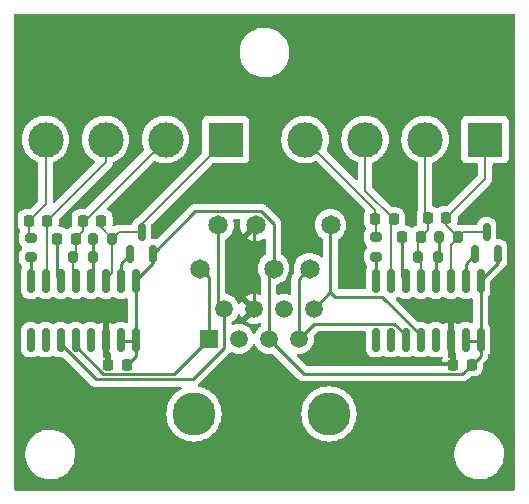
<source format=gtl>
G04 #@! TF.GenerationSoftware,KiCad,Pcbnew,(6.0.0)*
G04 #@! TF.CreationDate,2022-08-05T10:14:30-07:00*
G04 #@! TF.ProjectId,strain_guage,73747261-696e-45f6-9775-6167652e6b69,rev?*
G04 #@! TF.SameCoordinates,Original*
G04 #@! TF.FileFunction,Copper,L1,Top*
G04 #@! TF.FilePolarity,Positive*
%FSLAX46Y46*%
G04 Gerber Fmt 4.6, Leading zero omitted, Abs format (unit mm)*
G04 Created by KiCad (PCBNEW (6.0.0)) date 2022-08-05 10:14:30*
%MOMM*%
%LPD*%
G01*
G04 APERTURE LIST*
G04 Aperture macros list*
%AMRoundRect*
0 Rectangle with rounded corners*
0 $1 Rounding radius*
0 $2 $3 $4 $5 $6 $7 $8 $9 X,Y pos of 4 corners*
0 Add a 4 corners polygon primitive as box body*
4,1,4,$2,$3,$4,$5,$6,$7,$8,$9,$2,$3,0*
0 Add four circle primitives for the rounded corners*
1,1,$1+$1,$2,$3*
1,1,$1+$1,$4,$5*
1,1,$1+$1,$6,$7*
1,1,$1+$1,$8,$9*
0 Add four rect primitives between the rounded corners*
20,1,$1+$1,$2,$3,$4,$5,0*
20,1,$1+$1,$4,$5,$6,$7,0*
20,1,$1+$1,$6,$7,$8,$9,0*
20,1,$1+$1,$8,$9,$2,$3,0*%
G04 Aperture macros list end*
G04 #@! TA.AperFunction,ComponentPad*
%ADD10C,1.651000*%
G04 #@! TD*
G04 #@! TA.AperFunction,SMDPad,CuDef*
%ADD11RoundRect,0.150000X-0.150000X0.825000X-0.150000X-0.825000X0.150000X-0.825000X0.150000X0.825000X0*%
G04 #@! TD*
G04 #@! TA.AperFunction,SMDPad,CuDef*
%ADD12RoundRect,0.225000X0.225000X0.250000X-0.225000X0.250000X-0.225000X-0.250000X0.225000X-0.250000X0*%
G04 #@! TD*
G04 #@! TA.AperFunction,SMDPad,CuDef*
%ADD13RoundRect,0.200000X-0.275000X0.200000X-0.275000X-0.200000X0.275000X-0.200000X0.275000X0.200000X0*%
G04 #@! TD*
G04 #@! TA.AperFunction,SMDPad,CuDef*
%ADD14RoundRect,0.200000X0.200000X0.275000X-0.200000X0.275000X-0.200000X-0.275000X0.200000X-0.275000X0*%
G04 #@! TD*
G04 #@! TA.AperFunction,SMDPad,CuDef*
%ADD15RoundRect,0.225000X-0.225000X-0.250000X0.225000X-0.250000X0.225000X0.250000X-0.225000X0.250000X0*%
G04 #@! TD*
G04 #@! TA.AperFunction,SMDPad,CuDef*
%ADD16RoundRect,0.150000X0.150000X-0.587500X0.150000X0.587500X-0.150000X0.587500X-0.150000X-0.587500X0*%
G04 #@! TD*
G04 #@! TA.AperFunction,ComponentPad*
%ADD17R,3.000000X3.000000*%
G04 #@! TD*
G04 #@! TA.AperFunction,ComponentPad*
%ADD18C,3.000000*%
G04 #@! TD*
G04 #@! TA.AperFunction,WasherPad*
%ADD19C,3.650000*%
G04 #@! TD*
G04 #@! TA.AperFunction,ComponentPad*
%ADD20R,1.500000X1.500000*%
G04 #@! TD*
G04 #@! TA.AperFunction,ComponentPad*
%ADD21C,1.500000*%
G04 #@! TD*
G04 #@! TA.AperFunction,ViaPad*
%ADD22C,0.800000*%
G04 #@! TD*
G04 #@! TA.AperFunction,Conductor*
%ADD23C,0.200000*%
G04 #@! TD*
G04 #@! TA.AperFunction,Conductor*
%ADD24C,0.250000*%
G04 #@! TD*
G04 APERTURE END LIST*
D10*
X122936000Y-134366000D03*
D11*
X106426000Y-139130000D03*
X105156000Y-139130000D03*
X103886000Y-139130000D03*
X102616000Y-139130000D03*
X101346000Y-139130000D03*
X100076000Y-139130000D03*
X98806000Y-139130000D03*
X97536000Y-139130000D03*
X97536000Y-144080000D03*
X98806000Y-144080000D03*
X100076000Y-144080000D03*
X101346000Y-144080000D03*
X102616000Y-144080000D03*
X103886000Y-144080000D03*
X105156000Y-144080000D03*
X106426000Y-144080000D03*
D12*
X134887000Y-146177000D03*
X133337000Y-146177000D03*
D11*
X135636000Y-139130000D03*
X134366000Y-139130000D03*
X133096000Y-139130000D03*
X131826000Y-139130000D03*
X130556000Y-139130000D03*
X129286000Y-139130000D03*
X128016000Y-139130000D03*
X126746000Y-139130000D03*
X126746000Y-144080000D03*
X128016000Y-144080000D03*
X129286000Y-144080000D03*
X130556000Y-144080000D03*
X131826000Y-144080000D03*
X133096000Y-144080000D03*
X134366000Y-144080000D03*
X135636000Y-144080000D03*
D13*
X97536000Y-135446000D03*
X97536000Y-137096000D03*
D12*
X105677000Y-146177000D03*
X104127000Y-146177000D03*
D14*
X102806000Y-137033000D03*
X101156000Y-137033000D03*
D15*
X97396000Y-133985000D03*
X98946000Y-133985000D03*
D12*
X132728000Y-133731000D03*
X131178000Y-133731000D03*
D10*
X113411000Y-134366000D03*
D15*
X126720000Y-133858000D03*
X128270000Y-133858000D03*
D12*
X101359000Y-135509000D03*
X99809000Y-135509000D03*
X103518000Y-133985000D03*
X101968000Y-133985000D03*
D16*
X135194000Y-136827500D03*
X137094000Y-136827500D03*
X136144000Y-134952500D03*
D17*
X114046000Y-127127000D03*
D18*
X108966000Y-127127000D03*
X103886000Y-127127000D03*
X98806000Y-127127000D03*
D10*
X111887000Y-138049000D03*
D14*
X132016000Y-137033000D03*
X130366000Y-137033000D03*
D17*
X136017000Y-127127000D03*
D18*
X130937000Y-127127000D03*
X125857000Y-127127000D03*
X120777000Y-127127000D03*
D10*
X116586000Y-134366000D03*
D16*
X105984000Y-136827500D03*
X107884000Y-136827500D03*
X106934000Y-134952500D03*
D14*
X133730000Y-135382000D03*
X132080000Y-135382000D03*
D10*
X118110000Y-138049000D03*
D19*
X111369500Y-150360000D03*
X122799500Y-150360000D03*
D20*
X112639500Y-144010000D03*
D21*
X113909500Y-141470000D03*
X115179500Y-144010000D03*
X116449500Y-141470000D03*
X117719500Y-144010000D03*
X118989500Y-141470000D03*
X120259500Y-144010000D03*
X121529500Y-141470000D03*
D14*
X104457000Y-135509000D03*
X102807000Y-135509000D03*
D10*
X121158000Y-138049000D03*
D12*
X130569000Y-135382000D03*
X129019000Y-135382000D03*
D13*
X126746000Y-135383000D03*
X126746000Y-137033000D03*
D22*
X136779000Y-117729000D03*
X133096000Y-141605000D03*
D23*
X132728000Y-133731000D02*
X136017000Y-130442000D01*
X133096000Y-139030000D02*
X133096000Y-136016000D01*
X132728000Y-133731000D02*
X132728000Y-134380000D01*
X133096000Y-136016000D02*
X133730000Y-135382000D01*
X136144000Y-134952500D02*
X134159500Y-134952500D01*
X132728000Y-134380000D02*
X133730000Y-135382000D01*
X134159500Y-134952500D02*
X133730000Y-135382000D01*
X136017000Y-130442000D02*
X136017000Y-127127000D01*
X131178000Y-133731000D02*
X131178000Y-134773000D01*
X130937000Y-133490000D02*
X131178000Y-133731000D01*
X130556000Y-137223000D02*
X130366000Y-137033000D01*
X130556000Y-139030000D02*
X130556000Y-137223000D01*
X130937000Y-127127000D02*
X130937000Y-133490000D01*
X131178000Y-134773000D02*
X130569000Y-135382000D01*
X130366000Y-135585000D02*
X130569000Y-135382000D01*
X130366000Y-137033000D02*
X130366000Y-135585000D01*
D24*
X107884000Y-137572000D02*
X106426000Y-139030000D01*
X106426000Y-145428000D02*
X105677000Y-146177000D01*
X106426000Y-139030000D02*
X106426000Y-144180000D01*
X137094000Y-137572000D02*
X135636000Y-139030000D01*
X117062351Y-133215989D02*
X118110000Y-134263638D01*
X111495511Y-133215989D02*
X117062351Y-133215989D01*
X117719500Y-144010000D02*
X120686020Y-146976520D01*
X107884000Y-136827500D02*
X111495511Y-133215989D01*
X135636000Y-145428000D02*
X134887000Y-146177000D01*
X118110000Y-134263638D02*
X118110000Y-138049000D01*
X137094000Y-136827500D02*
X137094000Y-137572000D01*
X134087480Y-146976520D02*
X134887000Y-146177000D01*
X117719500Y-138422000D02*
X117719500Y-144010000D01*
X120686020Y-146976520D02*
X134087480Y-146976520D01*
X107884000Y-136827500D02*
X107884000Y-137572000D01*
X135636000Y-139030000D02*
X135636000Y-144180000D01*
X135636000Y-144180000D02*
X135636000Y-145428000D01*
X106426000Y-144180000D02*
X106426000Y-145428000D01*
X106426000Y-144180000D02*
X105156000Y-144180000D01*
X118100500Y-138041000D02*
X117719500Y-138422000D01*
X134366000Y-144180000D02*
X135636000Y-144180000D01*
X103886000Y-144180000D02*
X103886000Y-145936000D01*
X103886000Y-145936000D02*
X104127000Y-146177000D01*
X116449500Y-134485000D02*
X116576500Y-134358000D01*
X133337000Y-146177000D02*
X133337000Y-144421000D01*
X116449500Y-141470000D02*
X116449500Y-134485000D01*
X133337000Y-144421000D02*
X133096000Y-144180000D01*
D23*
X126746000Y-133884000D02*
X126720000Y-133858000D01*
X120777000Y-127127000D02*
X126720000Y-133070000D01*
X126720000Y-133070000D02*
X126720000Y-133858000D01*
X126746000Y-135383000D02*
X126746000Y-133884000D01*
X128270000Y-133858000D02*
X128016000Y-134112000D01*
X128016000Y-134112000D02*
X128016000Y-139030000D01*
X125857000Y-131445000D02*
X128270000Y-133858000D01*
X125857000Y-127127000D02*
X125857000Y-131445000D01*
D24*
X129019000Y-135382000D02*
X129019000Y-138763000D01*
X129019000Y-138763000D02*
X129286000Y-139030000D01*
D23*
X97396000Y-133985000D02*
X97396000Y-135306000D01*
X97396000Y-135306000D02*
X97536000Y-135446000D01*
X98806000Y-132575000D02*
X98806000Y-127127000D01*
X97396000Y-133985000D02*
X98806000Y-132575000D01*
X98946000Y-133985000D02*
X103886000Y-129045000D01*
X103886000Y-129045000D02*
X103886000Y-127127000D01*
X98946000Y-133985000D02*
X98946000Y-138890000D01*
X98946000Y-138890000D02*
X98806000Y-139030000D01*
X106934000Y-134239000D02*
X114046000Y-127127000D01*
X106934000Y-134952500D02*
X106934000Y-134239000D01*
X105013500Y-134952500D02*
X106934000Y-134952500D01*
X104457000Y-135509000D02*
X105013500Y-134952500D01*
X104457000Y-135509000D02*
X104457000Y-138459000D01*
X104457000Y-138459000D02*
X103886000Y-139030000D01*
X103518000Y-134570000D02*
X104457000Y-135509000D01*
X103518000Y-133985000D02*
X103518000Y-134570000D01*
X101359000Y-136830000D02*
X101156000Y-137033000D01*
X101968000Y-133985000D02*
X101968000Y-134900000D01*
X102108000Y-133985000D02*
X108966000Y-127127000D01*
X101968000Y-133985000D02*
X102108000Y-133985000D01*
X101156000Y-137033000D02*
X101156000Y-138840000D01*
X101156000Y-138840000D02*
X101346000Y-139030000D01*
X101359000Y-135509000D02*
X101359000Y-136830000D01*
X101968000Y-134900000D02*
X101359000Y-135509000D01*
D24*
X99809000Y-138763000D02*
X100076000Y-139030000D01*
X99809000Y-135509000D02*
X99809000Y-138763000D01*
X134366000Y-137655500D02*
X134366000Y-139030000D01*
X135194000Y-136827500D02*
X134366000Y-137655500D01*
X105984000Y-136827500D02*
X105156000Y-137655500D01*
X105156000Y-137655500D02*
X105156000Y-139030000D01*
X132080000Y-135382000D02*
X132080000Y-136969000D01*
X131826000Y-139030000D02*
X131826000Y-137223000D01*
X131826000Y-137223000D02*
X132016000Y-137033000D01*
X132080000Y-136969000D02*
X132016000Y-137033000D01*
X126746000Y-137033000D02*
X126746000Y-139030000D01*
X102806000Y-138840000D02*
X102616000Y-139030000D01*
X102807000Y-137032000D02*
X102806000Y-137033000D01*
X102807000Y-135509000D02*
X102807000Y-137032000D01*
X102806000Y-137033000D02*
X102806000Y-138840000D01*
X97536000Y-137096000D02*
X97536000Y-139030000D01*
X120259500Y-144010000D02*
X121521500Y-142748000D01*
X120259500Y-138930000D02*
X120259500Y-144010000D01*
X129286000Y-143703928D02*
X129286000Y-144080000D01*
X128330072Y-142748000D02*
X129286000Y-143703928D01*
X121148500Y-138041000D02*
X120259500Y-138930000D01*
X121521500Y-142748000D02*
X128330072Y-142748000D01*
X130556000Y-143703928D02*
X127281592Y-140429520D01*
X123283020Y-140429520D02*
X122926500Y-140073000D01*
X130556000Y-144080000D02*
X130556000Y-143703928D01*
X122926500Y-140073000D02*
X122926500Y-134358000D01*
X127281592Y-140429520D02*
X123283020Y-140429520D01*
X121529500Y-141470000D02*
X122926500Y-140073000D01*
X103045968Y-147426040D02*
X111272960Y-147426040D01*
X113909500Y-141470000D02*
X113401500Y-140962000D01*
X113909500Y-144789500D02*
X113909500Y-141470000D01*
X113401500Y-140962000D02*
X113401500Y-134358000D01*
X111272960Y-147426040D02*
X113909500Y-144789500D01*
X100076000Y-144080000D02*
X100076000Y-144456072D01*
X100076000Y-144456072D02*
X103045968Y-147426040D01*
X109672980Y-146976520D02*
X112639500Y-144010000D01*
X112639500Y-144010000D02*
X112639500Y-138803000D01*
X101346000Y-144080000D02*
X101346000Y-144648138D01*
X103674382Y-146976520D02*
X109672980Y-146976520D01*
X101346000Y-144648138D02*
X103674382Y-146976520D01*
X112639500Y-138803000D02*
X111877500Y-138041000D01*
G04 #@! TA.AperFunction,Conductor*
G36*
X138499121Y-116479002D02*
G01*
X138545614Y-116532658D01*
X138557000Y-116585000D01*
X138557000Y-156719000D01*
X138536998Y-156787121D01*
X138483342Y-156833614D01*
X138431000Y-156845000D01*
X96265000Y-156845000D01*
X96196879Y-156824998D01*
X96150386Y-156771342D01*
X96139000Y-156719000D01*
X96139000Y-153929703D01*
X97077743Y-153929703D01*
X97115268Y-154214734D01*
X97191129Y-154492036D01*
X97303923Y-154756476D01*
X97451561Y-155003161D01*
X97631313Y-155227528D01*
X97839851Y-155425423D01*
X98073317Y-155593186D01*
X98077112Y-155595195D01*
X98077113Y-155595196D01*
X98098869Y-155606715D01*
X98327392Y-155727712D01*
X98597373Y-155826511D01*
X98878264Y-155887755D01*
X98906841Y-155890004D01*
X99101282Y-155905307D01*
X99101291Y-155905307D01*
X99103739Y-155905500D01*
X99259271Y-155905500D01*
X99261407Y-155905354D01*
X99261418Y-155905354D01*
X99469548Y-155891165D01*
X99469554Y-155891164D01*
X99473825Y-155890873D01*
X99478020Y-155890004D01*
X99478022Y-155890004D01*
X99614584Y-155861723D01*
X99755342Y-155832574D01*
X100026343Y-155736607D01*
X100281812Y-155604750D01*
X100285313Y-155602289D01*
X100285317Y-155602287D01*
X100399418Y-155522095D01*
X100517023Y-155439441D01*
X100727622Y-155243740D01*
X100909713Y-155021268D01*
X101059927Y-154776142D01*
X101175483Y-154512898D01*
X101254244Y-154236406D01*
X101294751Y-153951784D01*
X101294845Y-153933951D01*
X101294867Y-153929703D01*
X133399743Y-153929703D01*
X133437268Y-154214734D01*
X133513129Y-154492036D01*
X133625923Y-154756476D01*
X133773561Y-155003161D01*
X133953313Y-155227528D01*
X134161851Y-155425423D01*
X134395317Y-155593186D01*
X134399112Y-155595195D01*
X134399113Y-155595196D01*
X134420869Y-155606715D01*
X134649392Y-155727712D01*
X134919373Y-155826511D01*
X135200264Y-155887755D01*
X135228841Y-155890004D01*
X135423282Y-155905307D01*
X135423291Y-155905307D01*
X135425739Y-155905500D01*
X135581271Y-155905500D01*
X135583407Y-155905354D01*
X135583418Y-155905354D01*
X135791548Y-155891165D01*
X135791554Y-155891164D01*
X135795825Y-155890873D01*
X135800020Y-155890004D01*
X135800022Y-155890004D01*
X135936584Y-155861723D01*
X136077342Y-155832574D01*
X136348343Y-155736607D01*
X136603812Y-155604750D01*
X136607313Y-155602289D01*
X136607317Y-155602287D01*
X136721418Y-155522095D01*
X136839023Y-155439441D01*
X137049622Y-155243740D01*
X137231713Y-155021268D01*
X137381927Y-154776142D01*
X137497483Y-154512898D01*
X137576244Y-154236406D01*
X137616751Y-153951784D01*
X137616845Y-153933951D01*
X137618235Y-153668583D01*
X137618235Y-153668576D01*
X137618257Y-153664297D01*
X137580732Y-153379266D01*
X137504871Y-153101964D01*
X137392077Y-152837524D01*
X137244439Y-152590839D01*
X137064687Y-152366472D01*
X136856149Y-152168577D01*
X136622683Y-152000814D01*
X136600843Y-151989250D01*
X136577654Y-151976972D01*
X136368608Y-151866288D01*
X136233617Y-151816888D01*
X136102658Y-151768964D01*
X136102656Y-151768963D01*
X136098627Y-151767489D01*
X135817736Y-151706245D01*
X135786685Y-151703801D01*
X135594718Y-151688693D01*
X135594709Y-151688693D01*
X135592261Y-151688500D01*
X135436729Y-151688500D01*
X135434593Y-151688646D01*
X135434582Y-151688646D01*
X135226452Y-151702835D01*
X135226446Y-151702836D01*
X135222175Y-151703127D01*
X135217980Y-151703996D01*
X135217978Y-151703996D01*
X135081417Y-151732276D01*
X134940658Y-151761426D01*
X134669657Y-151857393D01*
X134414188Y-151989250D01*
X134410687Y-151991711D01*
X134410683Y-151991713D01*
X134379578Y-152013574D01*
X134178977Y-152154559D01*
X133968378Y-152350260D01*
X133786287Y-152572732D01*
X133636073Y-152817858D01*
X133520517Y-153081102D01*
X133441756Y-153357594D01*
X133401249Y-153642216D01*
X133401227Y-153646505D01*
X133401226Y-153646512D01*
X133399765Y-153925417D01*
X133399743Y-153929703D01*
X101294867Y-153929703D01*
X101296235Y-153668583D01*
X101296235Y-153668576D01*
X101296257Y-153664297D01*
X101258732Y-153379266D01*
X101182871Y-153101964D01*
X101070077Y-152837524D01*
X100922439Y-152590839D01*
X100742687Y-152366472D01*
X100534149Y-152168577D01*
X100300683Y-152000814D01*
X100278843Y-151989250D01*
X100255654Y-151976972D01*
X100046608Y-151866288D01*
X99911617Y-151816888D01*
X99780658Y-151768964D01*
X99780656Y-151768963D01*
X99776627Y-151767489D01*
X99495736Y-151706245D01*
X99464685Y-151703801D01*
X99272718Y-151688693D01*
X99272709Y-151688693D01*
X99270261Y-151688500D01*
X99114729Y-151688500D01*
X99112593Y-151688646D01*
X99112582Y-151688646D01*
X98904452Y-151702835D01*
X98904446Y-151702836D01*
X98900175Y-151703127D01*
X98895980Y-151703996D01*
X98895978Y-151703996D01*
X98759417Y-151732276D01*
X98618658Y-151761426D01*
X98347657Y-151857393D01*
X98092188Y-151989250D01*
X98088687Y-151991711D01*
X98088683Y-151991713D01*
X98057578Y-152013574D01*
X97856977Y-152154559D01*
X97646378Y-152350260D01*
X97464287Y-152572732D01*
X97314073Y-152817858D01*
X97198517Y-153081102D01*
X97119756Y-153357594D01*
X97079249Y-153642216D01*
X97079227Y-153646505D01*
X97079226Y-153646512D01*
X97077765Y-153925417D01*
X97077743Y-153929703D01*
X96139000Y-153929703D01*
X96139000Y-134283732D01*
X96437500Y-134283732D01*
X96437837Y-134286978D01*
X96437837Y-134286982D01*
X96440828Y-134315806D01*
X96448113Y-134386019D01*
X96450295Y-134392559D01*
X96498824Y-134538016D01*
X96502244Y-134548268D01*
X96506096Y-134554492D01*
X96506096Y-134554493D01*
X96529903Y-134592964D01*
X96592248Y-134693713D01*
X96597430Y-134698886D01*
X96631258Y-134732655D01*
X96665337Y-134794937D01*
X96660334Y-134865757D01*
X96650021Y-134887090D01*
X96610528Y-134952301D01*
X96559247Y-135115938D01*
X96552500Y-135189365D01*
X96552501Y-135702634D01*
X96552764Y-135705492D01*
X96552764Y-135705501D01*
X96556026Y-135741004D01*
X96559247Y-135776062D01*
X96610528Y-135939699D01*
X96699361Y-136086381D01*
X96794885Y-136181905D01*
X96828911Y-136244217D01*
X96823846Y-136315032D01*
X96794885Y-136360095D01*
X96699361Y-136455619D01*
X96610528Y-136602301D01*
X96559247Y-136765938D01*
X96552500Y-136839365D01*
X96552501Y-137352634D01*
X96552764Y-137355492D01*
X96552764Y-137355501D01*
X96554965Y-137379452D01*
X96559247Y-137426062D01*
X96561246Y-137432440D01*
X96561246Y-137432441D01*
X96589156Y-137521500D01*
X96610528Y-137589699D01*
X96699361Y-137736381D01*
X96792299Y-137829319D01*
X96826325Y-137891631D01*
X96821260Y-137962446D01*
X96811662Y-137982545D01*
X96776855Y-138041399D01*
X96730438Y-138201169D01*
X96727500Y-138238498D01*
X96727500Y-140021502D01*
X96730438Y-140058831D01*
X96732233Y-140065008D01*
X96773535Y-140207172D01*
X96776855Y-140218601D01*
X96780892Y-140225427D01*
X96857509Y-140354980D01*
X96857511Y-140354983D01*
X96861547Y-140361807D01*
X96979193Y-140479453D01*
X96986017Y-140483489D01*
X96986020Y-140483491D01*
X97089638Y-140544770D01*
X97122399Y-140564145D01*
X97130010Y-140566356D01*
X97130012Y-140566357D01*
X97182231Y-140581528D01*
X97282169Y-140610562D01*
X97288574Y-140611066D01*
X97288579Y-140611067D01*
X97317042Y-140613307D01*
X97317050Y-140613307D01*
X97319498Y-140613500D01*
X97752502Y-140613500D01*
X97754950Y-140613307D01*
X97754958Y-140613307D01*
X97783421Y-140611067D01*
X97783426Y-140611066D01*
X97789831Y-140610562D01*
X97889769Y-140581528D01*
X97941988Y-140566357D01*
X97941990Y-140566356D01*
X97949601Y-140564145D01*
X98092807Y-140479453D01*
X98095489Y-140476771D01*
X98159861Y-140451498D01*
X98229484Y-140465400D01*
X98245312Y-140475572D01*
X98249193Y-140479453D01*
X98392399Y-140564145D01*
X98400010Y-140566356D01*
X98400012Y-140566357D01*
X98452231Y-140581528D01*
X98552169Y-140610562D01*
X98558574Y-140611066D01*
X98558579Y-140611067D01*
X98587042Y-140613307D01*
X98587050Y-140613307D01*
X98589498Y-140613500D01*
X99022502Y-140613500D01*
X99024950Y-140613307D01*
X99024958Y-140613307D01*
X99053421Y-140611067D01*
X99053426Y-140611066D01*
X99059831Y-140610562D01*
X99159769Y-140581528D01*
X99211988Y-140566357D01*
X99211990Y-140566356D01*
X99219601Y-140564145D01*
X99362807Y-140479453D01*
X99365489Y-140476771D01*
X99429861Y-140451498D01*
X99499484Y-140465400D01*
X99515312Y-140475572D01*
X99519193Y-140479453D01*
X99662399Y-140564145D01*
X99670010Y-140566356D01*
X99670012Y-140566357D01*
X99722231Y-140581528D01*
X99822169Y-140610562D01*
X99828574Y-140611066D01*
X99828579Y-140611067D01*
X99857042Y-140613307D01*
X99857050Y-140613307D01*
X99859498Y-140613500D01*
X100292502Y-140613500D01*
X100294950Y-140613307D01*
X100294958Y-140613307D01*
X100323421Y-140611067D01*
X100323426Y-140611066D01*
X100329831Y-140610562D01*
X100429769Y-140581528D01*
X100481988Y-140566357D01*
X100481990Y-140566356D01*
X100489601Y-140564145D01*
X100632807Y-140479453D01*
X100635489Y-140476771D01*
X100699861Y-140451498D01*
X100769484Y-140465400D01*
X100785312Y-140475572D01*
X100789193Y-140479453D01*
X100932399Y-140564145D01*
X100940010Y-140566356D01*
X100940012Y-140566357D01*
X100992231Y-140581528D01*
X101092169Y-140610562D01*
X101098574Y-140611066D01*
X101098579Y-140611067D01*
X101127042Y-140613307D01*
X101127050Y-140613307D01*
X101129498Y-140613500D01*
X101562502Y-140613500D01*
X101564950Y-140613307D01*
X101564958Y-140613307D01*
X101593421Y-140611067D01*
X101593426Y-140611066D01*
X101599831Y-140610562D01*
X101699769Y-140581528D01*
X101751988Y-140566357D01*
X101751990Y-140566356D01*
X101759601Y-140564145D01*
X101902807Y-140479453D01*
X101905489Y-140476771D01*
X101969861Y-140451498D01*
X102039484Y-140465400D01*
X102055312Y-140475572D01*
X102059193Y-140479453D01*
X102202399Y-140564145D01*
X102210010Y-140566356D01*
X102210012Y-140566357D01*
X102262231Y-140581528D01*
X102362169Y-140610562D01*
X102368574Y-140611066D01*
X102368579Y-140611067D01*
X102397042Y-140613307D01*
X102397050Y-140613307D01*
X102399498Y-140613500D01*
X102832502Y-140613500D01*
X102834950Y-140613307D01*
X102834958Y-140613307D01*
X102863421Y-140611067D01*
X102863426Y-140611066D01*
X102869831Y-140610562D01*
X102969769Y-140581528D01*
X103021988Y-140566357D01*
X103021990Y-140566356D01*
X103029601Y-140564145D01*
X103172807Y-140479453D01*
X103175489Y-140476771D01*
X103239861Y-140451498D01*
X103309484Y-140465400D01*
X103325312Y-140475572D01*
X103329193Y-140479453D01*
X103472399Y-140564145D01*
X103480010Y-140566356D01*
X103480012Y-140566357D01*
X103532231Y-140581528D01*
X103632169Y-140610562D01*
X103638574Y-140611066D01*
X103638579Y-140611067D01*
X103667042Y-140613307D01*
X103667050Y-140613307D01*
X103669498Y-140613500D01*
X104102502Y-140613500D01*
X104104950Y-140613307D01*
X104104958Y-140613307D01*
X104133421Y-140611067D01*
X104133426Y-140611066D01*
X104139831Y-140610562D01*
X104239769Y-140581528D01*
X104291988Y-140566357D01*
X104291990Y-140566356D01*
X104299601Y-140564145D01*
X104442807Y-140479453D01*
X104445489Y-140476771D01*
X104509861Y-140451498D01*
X104579484Y-140465400D01*
X104595312Y-140475572D01*
X104599193Y-140479453D01*
X104742399Y-140564145D01*
X104750010Y-140566356D01*
X104750012Y-140566357D01*
X104802231Y-140581528D01*
X104902169Y-140610562D01*
X104908574Y-140611066D01*
X104908579Y-140611067D01*
X104937042Y-140613307D01*
X104937050Y-140613307D01*
X104939498Y-140613500D01*
X105372502Y-140613500D01*
X105374950Y-140613307D01*
X105374958Y-140613307D01*
X105403421Y-140611067D01*
X105403426Y-140611066D01*
X105409831Y-140610562D01*
X105509769Y-140581528D01*
X105561988Y-140566357D01*
X105561990Y-140566356D01*
X105569601Y-140564145D01*
X105602363Y-140544769D01*
X105671178Y-140527311D01*
X105738509Y-140549828D01*
X105782978Y-140605173D01*
X105792500Y-140653224D01*
X105792500Y-142556776D01*
X105772498Y-142624897D01*
X105718842Y-142671390D01*
X105648568Y-142681494D01*
X105602364Y-142665231D01*
X105569601Y-142645855D01*
X105561990Y-142643644D01*
X105561988Y-142643643D01*
X105474142Y-142618122D01*
X105409831Y-142599438D01*
X105403426Y-142598934D01*
X105403421Y-142598933D01*
X105374958Y-142596693D01*
X105374950Y-142596693D01*
X105372502Y-142596500D01*
X104939498Y-142596500D01*
X104937050Y-142596693D01*
X104937042Y-142596693D01*
X104908579Y-142598933D01*
X104908574Y-142598934D01*
X104902169Y-142599438D01*
X104837858Y-142618122D01*
X104750012Y-142643643D01*
X104750010Y-142643644D01*
X104742399Y-142645855D01*
X104599193Y-142730547D01*
X104596253Y-142733487D01*
X104531729Y-142758821D01*
X104462106Y-142744920D01*
X104443360Y-142732871D01*
X104435677Y-142726911D01*
X104306221Y-142650352D01*
X104291790Y-142644107D01*
X104157395Y-142605061D01*
X104143294Y-142605101D01*
X104140000Y-142612370D01*
X104140000Y-145135885D01*
X104144475Y-145151124D01*
X104145865Y-145152329D01*
X104153548Y-145154000D01*
X104255000Y-145154000D01*
X104323121Y-145174002D01*
X104369614Y-145227658D01*
X104381000Y-145280000D01*
X104381000Y-146217020D01*
X104360998Y-146285141D01*
X104307342Y-146331634D01*
X104255000Y-146343020D01*
X103999000Y-146343020D01*
X103930879Y-146323018D01*
X103884386Y-146269362D01*
X103873000Y-146217020D01*
X103873000Y-145621115D01*
X103868525Y-145605876D01*
X103867135Y-145604671D01*
X103859452Y-145603000D01*
X103758000Y-145603000D01*
X103689879Y-145582998D01*
X103643386Y-145529342D01*
X103632000Y-145477000D01*
X103632000Y-142618122D01*
X103628027Y-142604591D01*
X103620129Y-142603456D01*
X103480210Y-142644107D01*
X103465779Y-142650352D01*
X103336324Y-142726910D01*
X103328636Y-142732874D01*
X103262551Y-142758821D01*
X103192928Y-142744920D01*
X103176842Y-142734582D01*
X103172807Y-142730547D01*
X103029601Y-142645855D01*
X103021990Y-142643644D01*
X103021988Y-142643643D01*
X102934142Y-142618122D01*
X102869831Y-142599438D01*
X102863426Y-142598934D01*
X102863421Y-142598933D01*
X102834958Y-142596693D01*
X102834950Y-142596693D01*
X102832502Y-142596500D01*
X102399498Y-142596500D01*
X102397050Y-142596693D01*
X102397042Y-142596693D01*
X102368579Y-142598933D01*
X102368574Y-142598934D01*
X102362169Y-142599438D01*
X102297858Y-142618122D01*
X102210012Y-142643643D01*
X102210010Y-142643644D01*
X102202399Y-142645855D01*
X102059193Y-142730547D01*
X102056511Y-142733229D01*
X101992139Y-142758502D01*
X101922516Y-142744600D01*
X101906688Y-142734428D01*
X101902807Y-142730547D01*
X101759601Y-142645855D01*
X101751990Y-142643644D01*
X101751988Y-142643643D01*
X101664142Y-142618122D01*
X101599831Y-142599438D01*
X101593426Y-142598934D01*
X101593421Y-142598933D01*
X101564958Y-142596693D01*
X101564950Y-142596693D01*
X101562502Y-142596500D01*
X101129498Y-142596500D01*
X101127050Y-142596693D01*
X101127042Y-142596693D01*
X101098579Y-142598933D01*
X101098574Y-142598934D01*
X101092169Y-142599438D01*
X101027858Y-142618122D01*
X100940012Y-142643643D01*
X100940010Y-142643644D01*
X100932399Y-142645855D01*
X100789193Y-142730547D01*
X100786511Y-142733229D01*
X100722139Y-142758502D01*
X100652516Y-142744600D01*
X100636688Y-142734428D01*
X100632807Y-142730547D01*
X100489601Y-142645855D01*
X100481990Y-142643644D01*
X100481988Y-142643643D01*
X100394142Y-142618122D01*
X100329831Y-142599438D01*
X100323426Y-142598934D01*
X100323421Y-142598933D01*
X100294958Y-142596693D01*
X100294950Y-142596693D01*
X100292502Y-142596500D01*
X99859498Y-142596500D01*
X99857050Y-142596693D01*
X99857042Y-142596693D01*
X99828579Y-142598933D01*
X99828574Y-142598934D01*
X99822169Y-142599438D01*
X99757858Y-142618122D01*
X99670012Y-142643643D01*
X99670010Y-142643644D01*
X99662399Y-142645855D01*
X99519193Y-142730547D01*
X99516511Y-142733229D01*
X99452139Y-142758502D01*
X99382516Y-142744600D01*
X99366688Y-142734428D01*
X99362807Y-142730547D01*
X99219601Y-142645855D01*
X99211990Y-142643644D01*
X99211988Y-142643643D01*
X99124142Y-142618122D01*
X99059831Y-142599438D01*
X99053426Y-142598934D01*
X99053421Y-142598933D01*
X99024958Y-142596693D01*
X99024950Y-142596693D01*
X99022502Y-142596500D01*
X98589498Y-142596500D01*
X98587050Y-142596693D01*
X98587042Y-142596693D01*
X98558579Y-142598933D01*
X98558574Y-142598934D01*
X98552169Y-142599438D01*
X98487858Y-142618122D01*
X98400012Y-142643643D01*
X98400010Y-142643644D01*
X98392399Y-142645855D01*
X98249193Y-142730547D01*
X98246511Y-142733229D01*
X98182139Y-142758502D01*
X98112516Y-142744600D01*
X98096688Y-142734428D01*
X98092807Y-142730547D01*
X97949601Y-142645855D01*
X97941990Y-142643644D01*
X97941988Y-142643643D01*
X97854142Y-142618122D01*
X97789831Y-142599438D01*
X97783426Y-142598934D01*
X97783421Y-142598933D01*
X97754958Y-142596693D01*
X97754950Y-142596693D01*
X97752502Y-142596500D01*
X97319498Y-142596500D01*
X97317050Y-142596693D01*
X97317042Y-142596693D01*
X97288579Y-142598933D01*
X97288574Y-142598934D01*
X97282169Y-142599438D01*
X97217858Y-142618122D01*
X97130012Y-142643643D01*
X97130010Y-142643644D01*
X97122399Y-142645855D01*
X97115572Y-142649892D01*
X97115573Y-142649892D01*
X96986020Y-142726509D01*
X96986017Y-142726511D01*
X96979193Y-142730547D01*
X96861547Y-142848193D01*
X96857511Y-142855017D01*
X96857509Y-142855020D01*
X96822854Y-142913619D01*
X96776855Y-142991399D01*
X96730438Y-143151169D01*
X96727500Y-143188498D01*
X96727500Y-144971502D01*
X96727693Y-144973950D01*
X96727693Y-144973958D01*
X96727992Y-144977749D01*
X96730438Y-145008831D01*
X96757186Y-145100899D01*
X96772128Y-145152329D01*
X96776855Y-145168601D01*
X96780892Y-145175427D01*
X96857509Y-145304980D01*
X96857511Y-145304983D01*
X96861547Y-145311807D01*
X96979193Y-145429453D01*
X96986017Y-145433489D01*
X96986020Y-145433491D01*
X97087675Y-145493609D01*
X97122399Y-145514145D01*
X97130010Y-145516356D01*
X97130012Y-145516357D01*
X97174708Y-145529342D01*
X97282169Y-145560562D01*
X97288574Y-145561066D01*
X97288579Y-145561067D01*
X97317042Y-145563307D01*
X97317050Y-145563307D01*
X97319498Y-145563500D01*
X97752502Y-145563500D01*
X97754950Y-145563307D01*
X97754958Y-145563307D01*
X97783421Y-145561067D01*
X97783426Y-145561066D01*
X97789831Y-145560562D01*
X97897292Y-145529342D01*
X97941988Y-145516357D01*
X97941990Y-145516356D01*
X97949601Y-145514145D01*
X98092807Y-145429453D01*
X98095489Y-145426771D01*
X98159861Y-145401498D01*
X98229484Y-145415400D01*
X98245312Y-145425572D01*
X98249193Y-145429453D01*
X98392399Y-145514145D01*
X98400010Y-145516356D01*
X98400012Y-145516357D01*
X98444708Y-145529342D01*
X98552169Y-145560562D01*
X98558574Y-145561066D01*
X98558579Y-145561067D01*
X98587042Y-145563307D01*
X98587050Y-145563307D01*
X98589498Y-145563500D01*
X99022502Y-145563500D01*
X99024950Y-145563307D01*
X99024958Y-145563307D01*
X99053421Y-145561067D01*
X99053426Y-145561066D01*
X99059831Y-145560562D01*
X99167292Y-145529342D01*
X99211988Y-145516357D01*
X99211990Y-145516356D01*
X99219601Y-145514145D01*
X99362807Y-145429453D01*
X99365489Y-145426771D01*
X99429861Y-145401498D01*
X99499484Y-145415400D01*
X99515312Y-145425572D01*
X99519193Y-145429453D01*
X99662399Y-145514145D01*
X99670010Y-145516356D01*
X99670012Y-145516357D01*
X99714708Y-145529342D01*
X99822169Y-145560562D01*
X99828574Y-145561066D01*
X99828579Y-145561067D01*
X99857042Y-145563307D01*
X99857050Y-145563307D01*
X99859498Y-145563500D01*
X100235334Y-145563500D01*
X100303455Y-145583502D01*
X100324429Y-145600405D01*
X102542316Y-147818293D01*
X102549856Y-147826579D01*
X102553968Y-147833058D01*
X102559745Y-147838483D01*
X102603619Y-147879683D01*
X102606461Y-147882438D01*
X102626198Y-147902175D01*
X102629395Y-147904655D01*
X102638415Y-147912358D01*
X102670647Y-147942626D01*
X102677593Y-147946445D01*
X102677596Y-147946447D01*
X102688402Y-147952388D01*
X102704921Y-147963239D01*
X102720927Y-147975654D01*
X102728196Y-147978799D01*
X102728200Y-147978802D01*
X102761505Y-147993214D01*
X102772155Y-147998431D01*
X102810908Y-148019735D01*
X102818583Y-148021706D01*
X102818584Y-148021706D01*
X102830530Y-148024773D01*
X102849234Y-148031177D01*
X102857207Y-148034627D01*
X102867823Y-148039221D01*
X102875646Y-148040460D01*
X102875656Y-148040463D01*
X102911492Y-148046139D01*
X102923112Y-148048545D01*
X102958257Y-148057568D01*
X102965938Y-148059540D01*
X102986192Y-148059540D01*
X103005902Y-148061091D01*
X103025911Y-148064260D01*
X103033803Y-148063514D01*
X103069929Y-148060099D01*
X103081787Y-148059540D01*
X110218021Y-148059540D01*
X110286142Y-148079542D01*
X110332635Y-148133198D01*
X110342739Y-148203472D01*
X110313245Y-148268052D01*
X110273750Y-148298546D01*
X110200247Y-148334794D01*
X109945907Y-148504738D01*
X109942813Y-148507452D01*
X109942807Y-148507456D01*
X109719015Y-148703717D01*
X109715926Y-148706426D01*
X109713217Y-148709515D01*
X109516956Y-148933307D01*
X109516952Y-148933313D01*
X109514238Y-148936407D01*
X109344294Y-149190747D01*
X109342468Y-149194450D01*
X109210827Y-149461388D01*
X109210824Y-149461396D01*
X109209001Y-149465092D01*
X109110676Y-149754750D01*
X109050999Y-150054764D01*
X109030993Y-150360000D01*
X109050999Y-150665236D01*
X109110676Y-150965250D01*
X109209001Y-151254908D01*
X109210824Y-151258604D01*
X109210827Y-151258612D01*
X109319603Y-151479184D01*
X109344294Y-151529253D01*
X109514238Y-151783593D01*
X109516952Y-151786687D01*
X109516956Y-151786693D01*
X109588523Y-151868299D01*
X109715926Y-152013574D01*
X109719015Y-152016283D01*
X109942807Y-152212544D01*
X109942813Y-152212548D01*
X109945907Y-152215262D01*
X109949333Y-152217551D01*
X109949338Y-152217555D01*
X110177210Y-152369814D01*
X110200246Y-152385206D01*
X110203949Y-152387032D01*
X110470888Y-152518673D01*
X110470896Y-152518676D01*
X110474592Y-152520499D01*
X110478506Y-152521828D01*
X110478507Y-152521828D01*
X110760337Y-152617496D01*
X110760341Y-152617497D01*
X110764250Y-152618824D01*
X110768294Y-152619628D01*
X110768300Y-152619630D01*
X111060225Y-152677698D01*
X111060231Y-152677699D01*
X111064264Y-152678501D01*
X111068369Y-152678770D01*
X111068376Y-152678771D01*
X111365381Y-152698237D01*
X111369500Y-152698507D01*
X111373619Y-152698237D01*
X111670624Y-152678771D01*
X111670631Y-152678770D01*
X111674736Y-152678501D01*
X111678769Y-152677699D01*
X111678775Y-152677698D01*
X111970700Y-152619630D01*
X111970706Y-152619628D01*
X111974750Y-152618824D01*
X111978659Y-152617497D01*
X111978663Y-152617496D01*
X112260493Y-152521828D01*
X112260494Y-152521828D01*
X112264408Y-152520499D01*
X112268104Y-152518676D01*
X112268112Y-152518673D01*
X112535051Y-152387032D01*
X112538754Y-152385206D01*
X112561790Y-152369814D01*
X112789662Y-152217555D01*
X112789667Y-152217551D01*
X112793093Y-152215262D01*
X112796187Y-152212548D01*
X112796193Y-152212544D01*
X113019985Y-152016283D01*
X113023074Y-152013574D01*
X113150477Y-151868299D01*
X113222044Y-151786693D01*
X113222048Y-151786687D01*
X113224762Y-151783593D01*
X113394706Y-151529253D01*
X113419397Y-151479184D01*
X113528173Y-151258612D01*
X113528176Y-151258604D01*
X113529999Y-151254908D01*
X113628324Y-150965250D01*
X113688001Y-150665236D01*
X113708007Y-150360000D01*
X120460993Y-150360000D01*
X120480999Y-150665236D01*
X120540676Y-150965250D01*
X120639001Y-151254908D01*
X120640824Y-151258604D01*
X120640827Y-151258612D01*
X120749603Y-151479184D01*
X120774294Y-151529253D01*
X120944238Y-151783593D01*
X120946952Y-151786687D01*
X120946956Y-151786693D01*
X121018523Y-151868299D01*
X121145926Y-152013574D01*
X121149015Y-152016283D01*
X121372807Y-152212544D01*
X121372813Y-152212548D01*
X121375907Y-152215262D01*
X121379333Y-152217551D01*
X121379338Y-152217555D01*
X121607210Y-152369814D01*
X121630246Y-152385206D01*
X121633949Y-152387032D01*
X121900888Y-152518673D01*
X121900896Y-152518676D01*
X121904592Y-152520499D01*
X121908506Y-152521828D01*
X121908507Y-152521828D01*
X122190337Y-152617496D01*
X122190341Y-152617497D01*
X122194250Y-152618824D01*
X122198294Y-152619628D01*
X122198300Y-152619630D01*
X122490225Y-152677698D01*
X122490231Y-152677699D01*
X122494264Y-152678501D01*
X122498369Y-152678770D01*
X122498376Y-152678771D01*
X122795381Y-152698237D01*
X122799500Y-152698507D01*
X122803619Y-152698237D01*
X123100624Y-152678771D01*
X123100631Y-152678770D01*
X123104736Y-152678501D01*
X123108769Y-152677699D01*
X123108775Y-152677698D01*
X123400700Y-152619630D01*
X123400706Y-152619628D01*
X123404750Y-152618824D01*
X123408659Y-152617497D01*
X123408663Y-152617496D01*
X123690493Y-152521828D01*
X123690494Y-152521828D01*
X123694408Y-152520499D01*
X123698104Y-152518676D01*
X123698112Y-152518673D01*
X123965051Y-152387032D01*
X123968754Y-152385206D01*
X123991790Y-152369814D01*
X124219662Y-152217555D01*
X124219667Y-152217551D01*
X124223093Y-152215262D01*
X124226187Y-152212548D01*
X124226193Y-152212544D01*
X124449985Y-152016283D01*
X124453074Y-152013574D01*
X124580477Y-151868299D01*
X124652044Y-151786693D01*
X124652048Y-151786687D01*
X124654762Y-151783593D01*
X124824706Y-151529253D01*
X124849397Y-151479184D01*
X124958173Y-151258612D01*
X124958176Y-151258604D01*
X124959999Y-151254908D01*
X125058324Y-150965250D01*
X125118001Y-150665236D01*
X125138007Y-150360000D01*
X125118001Y-150054764D01*
X125058324Y-149754750D01*
X124959999Y-149465092D01*
X124958176Y-149461396D01*
X124958173Y-149461388D01*
X124826532Y-149194450D01*
X124824706Y-149190747D01*
X124654762Y-148936407D01*
X124652048Y-148933313D01*
X124652044Y-148933307D01*
X124455783Y-148709515D01*
X124453074Y-148706426D01*
X124449985Y-148703717D01*
X124226193Y-148507456D01*
X124226187Y-148507452D01*
X124223093Y-148504738D01*
X124219663Y-148502446D01*
X124219662Y-148502445D01*
X123972189Y-148337089D01*
X123972187Y-148337088D01*
X123968754Y-148334794D01*
X123895251Y-148298546D01*
X123698112Y-148201327D01*
X123698104Y-148201324D01*
X123694408Y-148199501D01*
X123690493Y-148198172D01*
X123408663Y-148102504D01*
X123408659Y-148102503D01*
X123404750Y-148101176D01*
X123400706Y-148100372D01*
X123400700Y-148100370D01*
X123108775Y-148042302D01*
X123108769Y-148042301D01*
X123104736Y-148041499D01*
X123100631Y-148041230D01*
X123100624Y-148041229D01*
X122803619Y-148021763D01*
X122799500Y-148021493D01*
X122795381Y-148021763D01*
X122498376Y-148041229D01*
X122498369Y-148041230D01*
X122494264Y-148041499D01*
X122490231Y-148042301D01*
X122490225Y-148042302D01*
X122198300Y-148100370D01*
X122198294Y-148100372D01*
X122194250Y-148101176D01*
X122190341Y-148102503D01*
X122190337Y-148102504D01*
X121908507Y-148198172D01*
X121904592Y-148199501D01*
X121900896Y-148201324D01*
X121900888Y-148201327D01*
X121765585Y-148268052D01*
X121630247Y-148334794D01*
X121375907Y-148504738D01*
X121372813Y-148507452D01*
X121372807Y-148507456D01*
X121149015Y-148703717D01*
X121145926Y-148706426D01*
X121143217Y-148709515D01*
X120946956Y-148933307D01*
X120946952Y-148933313D01*
X120944238Y-148936407D01*
X120774294Y-149190747D01*
X120772468Y-149194450D01*
X120640827Y-149461388D01*
X120640824Y-149461396D01*
X120639001Y-149465092D01*
X120540676Y-149754750D01*
X120480999Y-150054764D01*
X120460993Y-150360000D01*
X113708007Y-150360000D01*
X113688001Y-150054764D01*
X113628324Y-149754750D01*
X113529999Y-149465092D01*
X113528176Y-149461396D01*
X113528173Y-149461388D01*
X113396532Y-149194450D01*
X113394706Y-149190747D01*
X113224762Y-148936407D01*
X113222048Y-148933313D01*
X113222044Y-148933307D01*
X113025783Y-148709515D01*
X113023074Y-148706426D01*
X113019985Y-148703717D01*
X112796193Y-148507456D01*
X112796187Y-148507452D01*
X112793093Y-148504738D01*
X112789663Y-148502446D01*
X112789662Y-148502445D01*
X112542189Y-148337089D01*
X112542187Y-148337088D01*
X112538754Y-148334794D01*
X112465251Y-148298546D01*
X112268112Y-148201327D01*
X112268104Y-148201324D01*
X112264408Y-148199501D01*
X112260493Y-148198172D01*
X111978663Y-148102504D01*
X111978659Y-148102503D01*
X111974750Y-148101176D01*
X111970706Y-148100372D01*
X111970700Y-148100370D01*
X111805628Y-148067535D01*
X111742719Y-148034627D01*
X111707587Y-147972932D01*
X111711387Y-147902037D01*
X111733124Y-147863643D01*
X111738257Y-147857438D01*
X111746248Y-147848656D01*
X114301747Y-145293157D01*
X114310037Y-145285613D01*
X114316518Y-145281500D01*
X114324662Y-145272828D01*
X114363158Y-145231833D01*
X114365913Y-145228991D01*
X114385635Y-145209269D01*
X114388112Y-145206076D01*
X114395817Y-145197055D01*
X114420659Y-145170601D01*
X114420661Y-145170598D01*
X114426086Y-145164821D01*
X114428749Y-145159976D01*
X114484124Y-145117273D01*
X114554860Y-145111195D01*
X114583089Y-145120490D01*
X114747424Y-145197120D01*
X114960129Y-145254115D01*
X115179500Y-145273307D01*
X115398871Y-145254115D01*
X115611576Y-145197120D01*
X115811154Y-145104056D01*
X115991538Y-144977749D01*
X116147249Y-144822038D01*
X116273556Y-144641653D01*
X116275879Y-144636671D01*
X116275882Y-144636666D01*
X116335305Y-144509231D01*
X116382222Y-144455946D01*
X116450499Y-144436485D01*
X116518459Y-144457027D01*
X116563695Y-144509231D01*
X116623118Y-144636666D01*
X116623121Y-144636671D01*
X116625444Y-144641653D01*
X116751751Y-144822038D01*
X116907462Y-144977749D01*
X117087846Y-145104056D01*
X117287424Y-145197120D01*
X117500129Y-145254115D01*
X117719500Y-145273307D01*
X117938871Y-145254115D01*
X117954056Y-145250046D01*
X117970217Y-145245716D01*
X118041194Y-145247406D01*
X118091923Y-145278328D01*
X120182368Y-147368773D01*
X120189908Y-147377059D01*
X120194020Y-147383538D01*
X120199797Y-147388963D01*
X120243671Y-147430163D01*
X120246513Y-147432918D01*
X120266250Y-147452655D01*
X120269447Y-147455135D01*
X120278467Y-147462838D01*
X120310699Y-147493106D01*
X120317645Y-147496925D01*
X120317648Y-147496927D01*
X120328454Y-147502868D01*
X120344973Y-147513719D01*
X120360979Y-147526134D01*
X120368248Y-147529279D01*
X120368252Y-147529282D01*
X120401557Y-147543694D01*
X120412207Y-147548911D01*
X120450960Y-147570215D01*
X120458635Y-147572186D01*
X120458636Y-147572186D01*
X120470582Y-147575253D01*
X120489287Y-147581657D01*
X120507875Y-147589701D01*
X120515698Y-147590940D01*
X120515708Y-147590943D01*
X120551544Y-147596619D01*
X120563164Y-147599025D01*
X120594979Y-147607193D01*
X120605990Y-147610020D01*
X120626244Y-147610020D01*
X120645954Y-147611571D01*
X120665963Y-147614740D01*
X120673855Y-147613994D01*
X120692600Y-147612222D01*
X120709982Y-147610579D01*
X120721839Y-147610020D01*
X134008713Y-147610020D01*
X134019896Y-147610547D01*
X134027389Y-147612222D01*
X134035315Y-147611973D01*
X134035316Y-147611973D01*
X134095466Y-147610082D01*
X134099425Y-147610020D01*
X134127336Y-147610020D01*
X134131271Y-147609523D01*
X134131336Y-147609515D01*
X134143173Y-147608582D01*
X134175431Y-147607568D01*
X134179450Y-147607442D01*
X134187369Y-147607193D01*
X134206823Y-147601541D01*
X134226180Y-147597533D01*
X134238410Y-147595988D01*
X134238411Y-147595988D01*
X134246277Y-147594994D01*
X134253648Y-147592075D01*
X134253650Y-147592075D01*
X134287392Y-147578716D01*
X134298622Y-147574871D01*
X134333463Y-147564749D01*
X134333464Y-147564749D01*
X134341073Y-147562538D01*
X134347892Y-147558505D01*
X134347897Y-147558503D01*
X134358508Y-147552227D01*
X134376256Y-147543532D01*
X134395097Y-147536072D01*
X134430867Y-147510084D01*
X134440787Y-147503568D01*
X134472015Y-147485100D01*
X134472018Y-147485098D01*
X134478842Y-147481062D01*
X134493163Y-147466741D01*
X134508197Y-147453900D01*
X134518174Y-147446651D01*
X134524587Y-147441992D01*
X134529638Y-147435887D01*
X134529643Y-147435882D01*
X134552774Y-147407922D01*
X134560761Y-147399144D01*
X134762499Y-147197405D01*
X134824811Y-147163380D01*
X134851595Y-147160500D01*
X135160732Y-147160500D01*
X135163978Y-147160163D01*
X135163982Y-147160163D01*
X135198083Y-147156625D01*
X135263019Y-147149887D01*
X135297737Y-147138304D01*
X135418324Y-147098073D01*
X135418326Y-147098072D01*
X135425268Y-147095756D01*
X135570713Y-147005752D01*
X135691552Y-146884702D01*
X135781302Y-146739101D01*
X135835149Y-146576757D01*
X135845500Y-146475732D01*
X135845500Y-146166595D01*
X135865502Y-146098474D01*
X135882405Y-146077500D01*
X136028253Y-145931652D01*
X136036539Y-145924112D01*
X136043018Y-145920000D01*
X136089644Y-145870348D01*
X136092398Y-145867507D01*
X136112135Y-145847770D01*
X136114615Y-145844573D01*
X136122320Y-145835551D01*
X136147159Y-145809100D01*
X136152586Y-145803321D01*
X136156405Y-145796375D01*
X136156407Y-145796372D01*
X136162348Y-145785566D01*
X136173199Y-145769047D01*
X136180758Y-145759301D01*
X136185614Y-145753041D01*
X136188759Y-145745772D01*
X136188762Y-145745768D01*
X136203174Y-145712463D01*
X136208391Y-145701813D01*
X136229695Y-145663060D01*
X136234733Y-145643437D01*
X136241137Y-145624734D01*
X136246033Y-145613420D01*
X136246033Y-145613419D01*
X136249181Y-145606145D01*
X136250420Y-145598322D01*
X136250423Y-145598312D01*
X136256099Y-145562476D01*
X136258505Y-145550856D01*
X136267528Y-145515711D01*
X136267528Y-145515710D01*
X136269500Y-145508030D01*
X136269500Y-145487776D01*
X136271051Y-145468065D01*
X136272980Y-145455886D01*
X136274220Y-145448057D01*
X136272843Y-145433491D01*
X136271162Y-145415704D01*
X136284665Y-145346003D01*
X136300625Y-145324168D01*
X136299989Y-145323675D01*
X136304845Y-145317415D01*
X136310453Y-145311807D01*
X136314489Y-145304983D01*
X136314491Y-145304980D01*
X136391108Y-145175427D01*
X136395145Y-145168601D01*
X136399873Y-145152329D01*
X136414814Y-145100899D01*
X136441562Y-145008831D01*
X136444009Y-144977749D01*
X136444307Y-144973958D01*
X136444307Y-144973950D01*
X136444500Y-144971502D01*
X136444500Y-143188498D01*
X136441562Y-143151169D01*
X136395145Y-142991399D01*
X136349146Y-142913619D01*
X136314491Y-142855020D01*
X136314489Y-142855017D01*
X136310453Y-142848193D01*
X136304844Y-142842584D01*
X136299989Y-142836325D01*
X136301496Y-142835156D01*
X136272379Y-142781833D01*
X136269500Y-142755050D01*
X136269500Y-140454950D01*
X136289502Y-140386829D01*
X136300059Y-140373729D01*
X136299989Y-140373675D01*
X136304845Y-140367415D01*
X136310453Y-140361807D01*
X136314489Y-140354983D01*
X136314491Y-140354980D01*
X136391108Y-140225427D01*
X136395145Y-140218601D01*
X136398466Y-140207172D01*
X136439767Y-140065008D01*
X136441562Y-140058831D01*
X136444500Y-140021502D01*
X136444500Y-139169594D01*
X136464502Y-139101473D01*
X136481405Y-139080499D01*
X137486247Y-138075657D01*
X137494537Y-138068113D01*
X137501018Y-138064000D01*
X137509963Y-138054475D01*
X137547658Y-138014333D01*
X137550413Y-138011491D01*
X137570134Y-137991770D01*
X137570831Y-137992467D01*
X137595100Y-137972398D01*
X137650807Y-137939453D01*
X137768453Y-137821807D01*
X137772489Y-137814983D01*
X137772491Y-137814980D01*
X137849108Y-137685427D01*
X137853145Y-137678601D01*
X137861146Y-137651063D01*
X137877086Y-137596196D01*
X137899562Y-137518831D01*
X137902275Y-137484369D01*
X137902307Y-137483958D01*
X137902307Y-137483950D01*
X137902500Y-137481502D01*
X137902500Y-136173498D01*
X137902307Y-136171042D01*
X137900067Y-136142579D01*
X137900066Y-136142574D01*
X137899562Y-136136169D01*
X137853145Y-135976399D01*
X137798025Y-135883196D01*
X137772491Y-135840020D01*
X137772489Y-135840017D01*
X137768453Y-135833193D01*
X137650807Y-135715547D01*
X137643983Y-135711511D01*
X137643980Y-135711509D01*
X137522445Y-135639634D01*
X137507601Y-135630855D01*
X137499990Y-135628644D01*
X137499988Y-135628643D01*
X137435376Y-135609872D01*
X137347831Y-135584438D01*
X137341426Y-135583934D01*
X137341421Y-135583933D01*
X137312958Y-135581693D01*
X137312950Y-135581693D01*
X137310502Y-135581500D01*
X137078500Y-135581500D01*
X137010379Y-135561498D01*
X136963886Y-135507842D01*
X136952500Y-135455500D01*
X136952500Y-134298498D01*
X136952167Y-134294268D01*
X136950067Y-134267579D01*
X136950066Y-134267574D01*
X136949562Y-134261169D01*
X136915608Y-134144296D01*
X136905357Y-134109012D01*
X136905356Y-134109010D01*
X136903145Y-134101399D01*
X136886107Y-134072589D01*
X136822491Y-133965020D01*
X136822489Y-133965017D01*
X136818453Y-133958193D01*
X136700807Y-133840547D01*
X136693983Y-133836511D01*
X136693980Y-133836509D01*
X136564427Y-133759892D01*
X136564428Y-133759892D01*
X136557601Y-133755855D01*
X136549990Y-133753644D01*
X136549988Y-133753643D01*
X136497769Y-133738472D01*
X136397831Y-133709438D01*
X136391426Y-133708934D01*
X136391421Y-133708933D01*
X136362958Y-133706693D01*
X136362950Y-133706693D01*
X136360502Y-133706500D01*
X135927498Y-133706500D01*
X135925050Y-133706693D01*
X135925042Y-133706693D01*
X135896579Y-133708933D01*
X135896574Y-133708934D01*
X135890169Y-133709438D01*
X135790231Y-133738472D01*
X135738012Y-133753643D01*
X135738010Y-133753644D01*
X135730399Y-133755855D01*
X135723572Y-133759892D01*
X135723573Y-133759892D01*
X135594020Y-133836509D01*
X135594017Y-133836511D01*
X135587193Y-133840547D01*
X135469547Y-133958193D01*
X135465511Y-133965017D01*
X135465509Y-133965020D01*
X135401893Y-134072589D01*
X135384855Y-134101399D01*
X135382644Y-134109009D01*
X135382642Y-134109014D01*
X135340767Y-134253152D01*
X135302554Y-134312988D01*
X135238058Y-134342666D01*
X135219770Y-134344000D01*
X134207636Y-134344000D01*
X134191193Y-134342922D01*
X134159500Y-134338750D01*
X134151311Y-134339828D01*
X134119626Y-134343999D01*
X134119617Y-134344000D01*
X134119615Y-134344000D01*
X134119609Y-134344001D01*
X134119607Y-134344001D01*
X134020043Y-134357109D01*
X134008836Y-134358584D01*
X134008834Y-134358585D01*
X134000649Y-134359662D01*
X133944977Y-134382722D01*
X133930040Y-134388909D01*
X133881822Y-134398500D01*
X133761885Y-134398500D01*
X133693764Y-134378498D01*
X133647271Y-134324842D01*
X133637167Y-134254568D01*
X133642292Y-134232833D01*
X133673984Y-134137285D01*
X133673984Y-134137283D01*
X133676149Y-134130757D01*
X133679560Y-134097471D01*
X133686172Y-134032930D01*
X133686500Y-134029732D01*
X133686500Y-133685239D01*
X133706502Y-133617118D01*
X133723405Y-133596144D01*
X136413234Y-130906315D01*
X136425625Y-130895448D01*
X136444437Y-130881013D01*
X136450987Y-130875987D01*
X136475474Y-130844075D01*
X136475477Y-130844072D01*
X136548523Y-130748876D01*
X136548524Y-130748875D01*
X136609838Y-130600850D01*
X136625500Y-130481885D01*
X136625500Y-130481878D01*
X136630750Y-130442000D01*
X136626578Y-130410307D01*
X136625500Y-130393864D01*
X136625500Y-129261500D01*
X136645502Y-129193379D01*
X136699158Y-129146886D01*
X136751500Y-129135500D01*
X137565134Y-129135500D01*
X137627316Y-129128745D01*
X137763705Y-129077615D01*
X137880261Y-128990261D01*
X137967615Y-128873705D01*
X138018745Y-128737316D01*
X138025500Y-128675134D01*
X138025500Y-125578866D01*
X138018745Y-125516684D01*
X137967615Y-125380295D01*
X137880261Y-125263739D01*
X137763705Y-125176385D01*
X137627316Y-125125255D01*
X137565134Y-125118500D01*
X134468866Y-125118500D01*
X134406684Y-125125255D01*
X134270295Y-125176385D01*
X134153739Y-125263739D01*
X134066385Y-125380295D01*
X134015255Y-125516684D01*
X134008500Y-125578866D01*
X134008500Y-128675134D01*
X134015255Y-128737316D01*
X134066385Y-128873705D01*
X134153739Y-128990261D01*
X134270295Y-129077615D01*
X134406684Y-129128745D01*
X134468866Y-129135500D01*
X135282500Y-129135500D01*
X135350621Y-129155502D01*
X135397114Y-129209158D01*
X135408500Y-129261500D01*
X135408500Y-130137761D01*
X135388498Y-130205882D01*
X135371595Y-130226856D01*
X132887856Y-132710595D01*
X132825544Y-132744621D01*
X132798761Y-132747500D01*
X132454268Y-132747500D01*
X132451022Y-132747837D01*
X132451018Y-132747837D01*
X132425190Y-132750517D01*
X132351981Y-132758113D01*
X132345440Y-132760295D01*
X132345441Y-132760295D01*
X132196676Y-132809927D01*
X132196674Y-132809928D01*
X132189732Y-132812244D01*
X132183508Y-132816096D01*
X132183507Y-132816096D01*
X132051787Y-132897607D01*
X132044287Y-132902248D01*
X132039114Y-132907430D01*
X132033380Y-132911975D01*
X132031858Y-132910055D01*
X131979794Y-132938545D01*
X131908974Y-132933544D01*
X131872448Y-132910118D01*
X131871628Y-132911157D01*
X131865882Y-132906619D01*
X131860702Y-132901448D01*
X131854471Y-132897607D01*
X131721331Y-132815538D01*
X131721329Y-132815537D01*
X131715101Y-132811698D01*
X131631832Y-132784079D01*
X131573473Y-132743648D01*
X131546236Y-132678084D01*
X131545500Y-132664486D01*
X131545500Y-129133160D01*
X131565502Y-129065039D01*
X131623281Y-129016752D01*
X131832136Y-128930241D01*
X132068582Y-128792073D01*
X132284089Y-128623094D01*
X132325809Y-128580043D01*
X132471686Y-128429509D01*
X132474669Y-128426431D01*
X132477202Y-128422983D01*
X132477206Y-128422978D01*
X132634257Y-128209178D01*
X132636795Y-128205723D01*
X132664154Y-128155334D01*
X132765418Y-127968830D01*
X132765419Y-127968828D01*
X132767468Y-127965054D01*
X132864269Y-127708877D01*
X132925407Y-127441933D01*
X132949751Y-127169161D01*
X132950193Y-127127000D01*
X132931567Y-126853778D01*
X132876032Y-126585612D01*
X132784617Y-126327465D01*
X132659013Y-126084112D01*
X132649040Y-126069921D01*
X132504008Y-125863562D01*
X132501545Y-125860057D01*
X132315125Y-125659445D01*
X132311810Y-125656731D01*
X132311806Y-125656728D01*
X132150304Y-125524540D01*
X132103205Y-125485990D01*
X131869704Y-125342901D01*
X131865768Y-125341173D01*
X131622873Y-125234549D01*
X131622869Y-125234548D01*
X131618945Y-125232825D01*
X131355566Y-125157800D01*
X131351324Y-125157196D01*
X131351318Y-125157195D01*
X131146387Y-125128029D01*
X131084443Y-125119213D01*
X130940589Y-125118460D01*
X130814877Y-125117802D01*
X130814871Y-125117802D01*
X130810591Y-125117780D01*
X130806347Y-125118339D01*
X130806343Y-125118339D01*
X130732741Y-125128029D01*
X130539078Y-125153525D01*
X130534938Y-125154658D01*
X130534936Y-125154658D01*
X130467037Y-125173233D01*
X130274928Y-125225788D01*
X130270980Y-125227472D01*
X130026982Y-125331546D01*
X130026978Y-125331548D01*
X130023030Y-125333232D01*
X130003125Y-125345145D01*
X129791725Y-125471664D01*
X129791721Y-125471667D01*
X129788043Y-125473868D01*
X129574318Y-125645094D01*
X129385808Y-125843742D01*
X129226002Y-126066136D01*
X129097857Y-126308161D01*
X129096385Y-126312184D01*
X129096383Y-126312188D01*
X129089314Y-126331506D01*
X129003743Y-126565337D01*
X128945404Y-126832907D01*
X128923917Y-127105918D01*
X128939682Y-127379320D01*
X128940507Y-127383525D01*
X128940508Y-127383533D01*
X128951127Y-127437657D01*
X128992405Y-127648053D01*
X128993792Y-127652103D01*
X128993793Y-127652108D01*
X129014605Y-127712895D01*
X129081112Y-127907144D01*
X129083039Y-127910975D01*
X129186682Y-128117047D01*
X129204160Y-128151799D01*
X129206586Y-128155328D01*
X129206589Y-128155334D01*
X129314165Y-128311856D01*
X129359274Y-128377490D01*
X129543582Y-128580043D01*
X129753675Y-128755707D01*
X129757316Y-128757991D01*
X129982024Y-128898951D01*
X129982028Y-128898953D01*
X129985664Y-128901234D01*
X130090413Y-128948530D01*
X130231345Y-129012164D01*
X130231349Y-129012166D01*
X130235257Y-129013930D01*
X130239375Y-129015150D01*
X130243388Y-129016642D01*
X130242943Y-129017838D01*
X130297915Y-129053346D01*
X130327259Y-129117994D01*
X130328500Y-129135638D01*
X130328500Y-133060503D01*
X130309760Y-133126619D01*
X130283698Y-133168899D01*
X130229851Y-133331243D01*
X130229151Y-133338080D01*
X130229150Y-133338082D01*
X130224917Y-133379401D01*
X130219500Y-133432268D01*
X130219500Y-134029732D01*
X130230113Y-134132019D01*
X130269705Y-134250689D01*
X130272289Y-134321638D01*
X130236106Y-134382722D01*
X130190058Y-134410088D01*
X130037676Y-134460927D01*
X130037674Y-134460928D01*
X130030732Y-134463244D01*
X130024508Y-134467096D01*
X130024507Y-134467096D01*
X129892787Y-134548607D01*
X129885287Y-134553248D01*
X129880114Y-134558430D01*
X129874380Y-134562975D01*
X129872858Y-134561055D01*
X129820794Y-134589545D01*
X129749974Y-134584544D01*
X129713448Y-134561118D01*
X129712628Y-134562157D01*
X129706882Y-134557619D01*
X129701702Y-134552448D01*
X129657986Y-134525501D01*
X129562331Y-134466538D01*
X129562329Y-134466537D01*
X129556101Y-134462698D01*
X129393757Y-134408851D01*
X129386919Y-134408150D01*
X129386917Y-134408150D01*
X129363216Y-134405722D01*
X129329299Y-134402247D01*
X129263573Y-134375406D01*
X129222790Y-134317291D01*
X129219366Y-134257882D01*
X129218149Y-134257757D01*
X129221630Y-134223782D01*
X129228500Y-134156732D01*
X129228500Y-133559268D01*
X129217887Y-133456981D01*
X129173760Y-133324716D01*
X129166073Y-133301676D01*
X129166072Y-133301674D01*
X129163756Y-133294732D01*
X129156824Y-133283529D01*
X129077606Y-133155515D01*
X129073752Y-133149287D01*
X128952702Y-133028448D01*
X128926202Y-133012113D01*
X128813331Y-132942538D01*
X128813329Y-132942537D01*
X128807101Y-132938698D01*
X128644757Y-132884851D01*
X128637920Y-132884151D01*
X128637918Y-132884150D01*
X128596599Y-132879917D01*
X128543732Y-132874500D01*
X128199239Y-132874500D01*
X128131118Y-132854498D01*
X128110144Y-132837595D01*
X126502405Y-131229856D01*
X126468379Y-131167544D01*
X126465500Y-131140761D01*
X126465500Y-129133160D01*
X126485502Y-129065039D01*
X126543281Y-129016752D01*
X126752136Y-128930241D01*
X126988582Y-128792073D01*
X127204089Y-128623094D01*
X127245809Y-128580043D01*
X127391686Y-128429509D01*
X127394669Y-128426431D01*
X127397202Y-128422983D01*
X127397206Y-128422978D01*
X127554257Y-128209178D01*
X127556795Y-128205723D01*
X127584154Y-128155334D01*
X127685418Y-127968830D01*
X127685419Y-127968828D01*
X127687468Y-127965054D01*
X127784269Y-127708877D01*
X127845407Y-127441933D01*
X127869751Y-127169161D01*
X127870193Y-127127000D01*
X127851567Y-126853778D01*
X127796032Y-126585612D01*
X127704617Y-126327465D01*
X127579013Y-126084112D01*
X127569040Y-126069921D01*
X127424008Y-125863562D01*
X127421545Y-125860057D01*
X127235125Y-125659445D01*
X127231810Y-125656731D01*
X127231806Y-125656728D01*
X127070304Y-125524540D01*
X127023205Y-125485990D01*
X126789704Y-125342901D01*
X126785768Y-125341173D01*
X126542873Y-125234549D01*
X126542869Y-125234548D01*
X126538945Y-125232825D01*
X126275566Y-125157800D01*
X126271324Y-125157196D01*
X126271318Y-125157195D01*
X126066387Y-125128029D01*
X126004443Y-125119213D01*
X125860589Y-125118460D01*
X125734877Y-125117802D01*
X125734871Y-125117802D01*
X125730591Y-125117780D01*
X125726347Y-125118339D01*
X125726343Y-125118339D01*
X125652741Y-125128029D01*
X125459078Y-125153525D01*
X125454938Y-125154658D01*
X125454936Y-125154658D01*
X125387037Y-125173233D01*
X125194928Y-125225788D01*
X125190980Y-125227472D01*
X124946982Y-125331546D01*
X124946978Y-125331548D01*
X124943030Y-125333232D01*
X124923125Y-125345145D01*
X124711725Y-125471664D01*
X124711721Y-125471667D01*
X124708043Y-125473868D01*
X124494318Y-125645094D01*
X124305808Y-125843742D01*
X124146002Y-126066136D01*
X124017857Y-126308161D01*
X124016385Y-126312184D01*
X124016383Y-126312188D01*
X124009314Y-126331506D01*
X123923743Y-126565337D01*
X123865404Y-126832907D01*
X123843917Y-127105918D01*
X123859682Y-127379320D01*
X123860507Y-127383525D01*
X123860508Y-127383533D01*
X123871127Y-127437657D01*
X123912405Y-127648053D01*
X123913792Y-127652103D01*
X123913793Y-127652108D01*
X123934605Y-127712895D01*
X124001112Y-127907144D01*
X124003039Y-127910975D01*
X124106682Y-128117047D01*
X124124160Y-128151799D01*
X124126586Y-128155328D01*
X124126589Y-128155334D01*
X124234165Y-128311856D01*
X124279274Y-128377490D01*
X124463582Y-128580043D01*
X124673675Y-128755707D01*
X124677316Y-128757991D01*
X124902024Y-128898951D01*
X124902028Y-128898953D01*
X124905664Y-128901234D01*
X125010413Y-128948530D01*
X125151345Y-129012164D01*
X125151349Y-129012166D01*
X125155257Y-129013930D01*
X125159375Y-129015150D01*
X125163388Y-129016642D01*
X125162943Y-129017838D01*
X125217915Y-129053346D01*
X125247259Y-129117994D01*
X125248500Y-129135638D01*
X125248500Y-130433761D01*
X125228498Y-130501882D01*
X125174842Y-130548375D01*
X125104568Y-130558479D01*
X125039988Y-130528985D01*
X125033405Y-130522856D01*
X122627596Y-128117047D01*
X122593570Y-128054735D01*
X122598635Y-127983920D01*
X122603718Y-127972757D01*
X122603637Y-127972720D01*
X122605420Y-127968827D01*
X122607468Y-127965054D01*
X122704269Y-127708877D01*
X122765407Y-127441933D01*
X122789751Y-127169161D01*
X122790193Y-127127000D01*
X122771567Y-126853778D01*
X122716032Y-126585612D01*
X122624617Y-126327465D01*
X122499013Y-126084112D01*
X122489040Y-126069921D01*
X122344008Y-125863562D01*
X122341545Y-125860057D01*
X122155125Y-125659445D01*
X122151810Y-125656731D01*
X122151806Y-125656728D01*
X121990304Y-125524540D01*
X121943205Y-125485990D01*
X121709704Y-125342901D01*
X121705768Y-125341173D01*
X121462873Y-125234549D01*
X121462869Y-125234548D01*
X121458945Y-125232825D01*
X121195566Y-125157800D01*
X121191324Y-125157196D01*
X121191318Y-125157195D01*
X120986387Y-125128029D01*
X120924443Y-125119213D01*
X120780589Y-125118460D01*
X120654877Y-125117802D01*
X120654871Y-125117802D01*
X120650591Y-125117780D01*
X120646347Y-125118339D01*
X120646343Y-125118339D01*
X120572741Y-125128029D01*
X120379078Y-125153525D01*
X120374938Y-125154658D01*
X120374936Y-125154658D01*
X120307037Y-125173233D01*
X120114928Y-125225788D01*
X120110980Y-125227472D01*
X119866982Y-125331546D01*
X119866978Y-125331548D01*
X119863030Y-125333232D01*
X119843125Y-125345145D01*
X119631725Y-125471664D01*
X119631721Y-125471667D01*
X119628043Y-125473868D01*
X119414318Y-125645094D01*
X119225808Y-125843742D01*
X119066002Y-126066136D01*
X118937857Y-126308161D01*
X118936385Y-126312184D01*
X118936383Y-126312188D01*
X118929314Y-126331506D01*
X118843743Y-126565337D01*
X118785404Y-126832907D01*
X118763917Y-127105918D01*
X118779682Y-127379320D01*
X118780507Y-127383525D01*
X118780508Y-127383533D01*
X118791127Y-127437657D01*
X118832405Y-127648053D01*
X118833792Y-127652103D01*
X118833793Y-127652108D01*
X118854605Y-127712895D01*
X118921112Y-127907144D01*
X118923039Y-127910975D01*
X119026682Y-128117047D01*
X119044160Y-128151799D01*
X119046586Y-128155328D01*
X119046589Y-128155334D01*
X119154165Y-128311856D01*
X119199274Y-128377490D01*
X119383582Y-128580043D01*
X119593675Y-128755707D01*
X119597316Y-128757991D01*
X119822024Y-128898951D01*
X119822028Y-128898953D01*
X119825664Y-128901234D01*
X119930413Y-128948530D01*
X120071345Y-129012164D01*
X120071349Y-129012166D01*
X120075257Y-129013930D01*
X120101802Y-129021793D01*
X120333723Y-129090491D01*
X120333727Y-129090492D01*
X120337836Y-129091709D01*
X120342070Y-129092357D01*
X120342075Y-129092358D01*
X120604298Y-129132483D01*
X120604300Y-129132483D01*
X120608540Y-129133132D01*
X120747912Y-129135322D01*
X120878071Y-129137367D01*
X120878077Y-129137367D01*
X120882362Y-129137434D01*
X121154235Y-129104534D01*
X121419127Y-129035041D01*
X121627983Y-128948530D01*
X121698571Y-128940941D01*
X121765295Y-128975844D01*
X125854288Y-133064837D01*
X125888314Y-133127149D01*
X125883249Y-133197964D01*
X125872453Y-133220048D01*
X125829538Y-133289669D01*
X125825698Y-133295899D01*
X125771851Y-133458243D01*
X125761500Y-133559268D01*
X125761500Y-134156732D01*
X125772113Y-134259019D01*
X125774295Y-134265559D01*
X125822824Y-134411016D01*
X125826244Y-134421268D01*
X125830096Y-134427492D01*
X125830096Y-134427493D01*
X125907916Y-134553248D01*
X125916248Y-134566713D01*
X125921435Y-134571891D01*
X125921852Y-134572417D01*
X125948490Y-134638227D01*
X125935320Y-134707991D01*
X125918763Y-134730757D01*
X125919419Y-134731272D01*
X125914737Y-134737243D01*
X125909361Y-134742619D01*
X125820528Y-134889301D01*
X125769247Y-135052938D01*
X125762500Y-135126365D01*
X125762501Y-135639634D01*
X125769247Y-135713062D01*
X125771246Y-135719440D01*
X125771246Y-135719441D01*
X125771784Y-135721156D01*
X125820528Y-135876699D01*
X125909361Y-136023381D01*
X126004885Y-136118905D01*
X126038911Y-136181217D01*
X126033846Y-136252032D01*
X126004885Y-136297095D01*
X125909361Y-136392619D01*
X125820528Y-136539301D01*
X125769247Y-136702938D01*
X125762500Y-136776365D01*
X125762501Y-137289634D01*
X125769247Y-137363062D01*
X125771246Y-137369440D01*
X125771246Y-137369441D01*
X125816054Y-137512421D01*
X125820528Y-137526699D01*
X125909361Y-137673381D01*
X126025711Y-137789731D01*
X126059737Y-137852043D01*
X126054672Y-137922858D01*
X126045070Y-137942964D01*
X125986855Y-138041399D01*
X125940438Y-138201169D01*
X125937500Y-138238498D01*
X125937500Y-139670020D01*
X125917498Y-139738141D01*
X125863842Y-139784634D01*
X125811500Y-139796020D01*
X123686000Y-139796020D01*
X123617879Y-139776018D01*
X123571386Y-139722362D01*
X123560000Y-139670020D01*
X123560000Y-135623176D01*
X123580002Y-135555055D01*
X123613729Y-135519963D01*
X123792243Y-135394966D01*
X123792246Y-135394964D01*
X123796754Y-135391807D01*
X123961807Y-135226754D01*
X123990012Y-135186474D01*
X124092534Y-135040057D01*
X124092535Y-135040055D01*
X124095691Y-135035548D01*
X124098014Y-135030566D01*
X124098017Y-135030561D01*
X124192016Y-134828980D01*
X124192017Y-134828978D01*
X124194339Y-134823998D01*
X124199932Y-134803127D01*
X124253328Y-134603847D01*
X124253328Y-134603845D01*
X124254752Y-134598532D01*
X124275096Y-134366000D01*
X124254752Y-134133468D01*
X124248199Y-134109012D01*
X124195762Y-133913312D01*
X124195761Y-133913310D01*
X124194339Y-133908002D01*
X124192016Y-133903020D01*
X124098017Y-133701439D01*
X124098014Y-133701434D01*
X124095691Y-133696452D01*
X124086321Y-133683070D01*
X123964966Y-133509757D01*
X123964964Y-133509754D01*
X123961807Y-133505246D01*
X123796754Y-133340193D01*
X123792246Y-133337036D01*
X123792243Y-133337034D01*
X123610057Y-133209466D01*
X123610055Y-133209465D01*
X123605548Y-133206309D01*
X123600566Y-133203986D01*
X123600561Y-133203983D01*
X123398980Y-133109984D01*
X123398978Y-133109983D01*
X123393998Y-133107661D01*
X123388690Y-133106239D01*
X123388688Y-133106238D01*
X123173847Y-133048672D01*
X123173845Y-133048672D01*
X123168532Y-133047248D01*
X122936000Y-133026904D01*
X122703468Y-133047248D01*
X122698155Y-133048672D01*
X122698153Y-133048672D01*
X122483312Y-133106238D01*
X122483310Y-133106239D01*
X122478002Y-133107661D01*
X122473022Y-133109983D01*
X122473020Y-133109984D01*
X122271439Y-133203983D01*
X122271434Y-133203986D01*
X122266452Y-133206309D01*
X122261945Y-133209465D01*
X122261943Y-133209466D01*
X122079757Y-133337034D01*
X122079754Y-133337036D01*
X122075246Y-133340193D01*
X121910193Y-133505246D01*
X121907036Y-133509754D01*
X121907034Y-133509757D01*
X121785679Y-133683070D01*
X121776309Y-133696452D01*
X121773986Y-133701434D01*
X121773983Y-133701439D01*
X121679984Y-133903020D01*
X121677661Y-133908002D01*
X121676239Y-133913310D01*
X121676238Y-133913312D01*
X121623801Y-134109012D01*
X121617248Y-134133468D01*
X121596904Y-134366000D01*
X121617248Y-134598532D01*
X121618672Y-134603845D01*
X121618672Y-134603847D01*
X121672069Y-134803127D01*
X121677661Y-134823998D01*
X121679983Y-134828978D01*
X121679984Y-134828980D01*
X121773983Y-135030561D01*
X121773986Y-135030566D01*
X121776309Y-135035548D01*
X121779465Y-135040055D01*
X121779466Y-135040057D01*
X121881989Y-135186474D01*
X121910193Y-135226754D01*
X122075246Y-135391807D01*
X122079754Y-135394964D01*
X122079757Y-135394966D01*
X122239271Y-135506659D01*
X122283599Y-135562116D01*
X122293000Y-135609872D01*
X122293000Y-136993249D01*
X122272998Y-137061370D01*
X122219342Y-137107863D01*
X122149068Y-137117967D01*
X122084488Y-137088473D01*
X122077905Y-137082344D01*
X122018754Y-137023193D01*
X122014246Y-137020036D01*
X122014243Y-137020034D01*
X121832057Y-136892466D01*
X121832055Y-136892465D01*
X121827548Y-136889309D01*
X121822566Y-136886986D01*
X121822561Y-136886983D01*
X121620980Y-136792984D01*
X121620978Y-136792983D01*
X121615998Y-136790661D01*
X121610690Y-136789239D01*
X121610688Y-136789238D01*
X121395847Y-136731672D01*
X121395845Y-136731672D01*
X121390532Y-136730248D01*
X121158000Y-136709904D01*
X120925468Y-136730248D01*
X120920155Y-136731672D01*
X120920153Y-136731672D01*
X120705312Y-136789238D01*
X120705310Y-136789239D01*
X120700002Y-136790661D01*
X120695022Y-136792983D01*
X120695020Y-136792984D01*
X120493439Y-136886983D01*
X120493434Y-136886986D01*
X120488452Y-136889309D01*
X120483945Y-136892465D01*
X120483943Y-136892466D01*
X120301757Y-137020034D01*
X120301754Y-137020036D01*
X120297246Y-137023193D01*
X120132193Y-137188246D01*
X120129036Y-137192754D01*
X120129034Y-137192757D01*
X120009785Y-137363062D01*
X119998309Y-137379452D01*
X119995986Y-137384434D01*
X119995983Y-137384439D01*
X119923950Y-137538914D01*
X119899661Y-137591002D01*
X119898239Y-137596310D01*
X119898238Y-137596312D01*
X119857492Y-137748381D01*
X119839248Y-137816468D01*
X119818904Y-138049000D01*
X119839248Y-138281532D01*
X119840672Y-138286845D01*
X119840672Y-138286847D01*
X119856653Y-138346489D01*
X119854963Y-138417466D01*
X119826796Y-138465352D01*
X119805857Y-138487650D01*
X119803102Y-138490493D01*
X119783365Y-138510230D01*
X119780885Y-138513427D01*
X119773182Y-138522447D01*
X119742914Y-138554679D01*
X119739095Y-138561625D01*
X119739093Y-138561628D01*
X119733152Y-138572434D01*
X119722301Y-138588953D01*
X119709886Y-138604959D01*
X119706741Y-138612228D01*
X119706738Y-138612232D01*
X119692326Y-138645537D01*
X119687109Y-138656187D01*
X119665805Y-138694940D01*
X119663834Y-138702615D01*
X119663834Y-138702616D01*
X119660767Y-138714562D01*
X119654363Y-138733266D01*
X119646319Y-138751855D01*
X119645080Y-138759678D01*
X119645077Y-138759688D01*
X119639401Y-138795524D01*
X119636995Y-138807144D01*
X119626000Y-138849970D01*
X119626000Y-138870224D01*
X119624449Y-138889934D01*
X119621280Y-138909943D01*
X119622026Y-138917835D01*
X119625441Y-138953961D01*
X119626000Y-138965819D01*
X119626000Y-140180424D01*
X119605998Y-140248545D01*
X119552342Y-140295038D01*
X119482068Y-140305142D01*
X119446749Y-140294618D01*
X119426566Y-140285206D01*
X119426558Y-140285203D01*
X119421576Y-140282880D01*
X119208871Y-140225885D01*
X118989500Y-140206693D01*
X118770129Y-140225885D01*
X118557424Y-140282880D01*
X118552442Y-140285203D01*
X118552434Y-140285206D01*
X118532251Y-140294618D01*
X118462059Y-140305280D01*
X118397246Y-140276300D01*
X118358390Y-140216881D01*
X118353000Y-140180424D01*
X118353000Y-139461631D01*
X118373002Y-139393510D01*
X118426658Y-139347017D01*
X118446389Y-139339924D01*
X118562688Y-139308762D01*
X118562690Y-139308761D01*
X118567998Y-139307339D01*
X118572980Y-139305016D01*
X118774561Y-139211017D01*
X118774566Y-139211014D01*
X118779548Y-139208691D01*
X118784057Y-139205534D01*
X118966243Y-139077966D01*
X118966246Y-139077964D01*
X118970754Y-139074807D01*
X119135807Y-138909754D01*
X119149685Y-138889935D01*
X119266534Y-138723057D01*
X119266535Y-138723055D01*
X119269691Y-138718548D01*
X119272014Y-138713566D01*
X119272017Y-138713561D01*
X119366016Y-138511980D01*
X119366017Y-138511978D01*
X119368339Y-138506998D01*
X119372762Y-138490493D01*
X119427328Y-138286847D01*
X119427328Y-138286845D01*
X119428752Y-138281532D01*
X119449096Y-138049000D01*
X119428752Y-137816468D01*
X119410508Y-137748381D01*
X119369762Y-137596312D01*
X119369761Y-137596310D01*
X119368339Y-137591002D01*
X119344050Y-137538914D01*
X119272017Y-137384439D01*
X119272014Y-137384434D01*
X119269691Y-137379452D01*
X119258215Y-137363062D01*
X119138966Y-137192757D01*
X119138964Y-137192754D01*
X119135807Y-137188246D01*
X118970754Y-137023193D01*
X118966246Y-137020036D01*
X118966243Y-137020034D01*
X118797229Y-136901689D01*
X118752901Y-136846232D01*
X118743500Y-136798476D01*
X118743500Y-134342401D01*
X118744027Y-134331217D01*
X118745701Y-134323729D01*
X118743562Y-134255670D01*
X118743500Y-134251713D01*
X118743500Y-134223782D01*
X118742994Y-134219776D01*
X118742061Y-134207930D01*
X118740922Y-134171675D01*
X118740673Y-134163748D01*
X118735022Y-134144296D01*
X118731014Y-134124944D01*
X118729468Y-134112706D01*
X118729467Y-134112704D01*
X118728474Y-134104841D01*
X118712194Y-134063724D01*
X118708359Y-134052523D01*
X118696018Y-134010044D01*
X118691985Y-134003225D01*
X118691983Y-134003220D01*
X118685707Y-133992609D01*
X118677010Y-133974859D01*
X118669552Y-133956021D01*
X118643571Y-133920261D01*
X118637053Y-133910339D01*
X118618578Y-133879098D01*
X118618574Y-133879093D01*
X118614542Y-133872275D01*
X118600218Y-133857951D01*
X118587376Y-133842916D01*
X118582721Y-133836509D01*
X118575472Y-133826531D01*
X118541406Y-133798349D01*
X118532627Y-133790360D01*
X117566003Y-132823736D01*
X117558463Y-132815450D01*
X117554351Y-132808971D01*
X117504699Y-132762345D01*
X117501858Y-132759591D01*
X117482121Y-132739854D01*
X117478924Y-132737374D01*
X117469902Y-132729669D01*
X117456473Y-132717058D01*
X117437672Y-132699403D01*
X117430726Y-132695584D01*
X117430723Y-132695582D01*
X117419917Y-132689641D01*
X117403398Y-132678790D01*
X117402488Y-132678084D01*
X117387392Y-132666375D01*
X117380123Y-132663230D01*
X117380119Y-132663227D01*
X117346814Y-132648815D01*
X117336164Y-132643598D01*
X117297411Y-132622294D01*
X117277788Y-132617256D01*
X117259085Y-132610852D01*
X117247771Y-132605956D01*
X117247770Y-132605956D01*
X117240496Y-132602808D01*
X117232673Y-132601569D01*
X117232663Y-132601566D01*
X117196827Y-132595890D01*
X117185207Y-132593484D01*
X117150062Y-132584461D01*
X117150061Y-132584461D01*
X117142381Y-132582489D01*
X117122127Y-132582489D01*
X117102416Y-132580938D01*
X117090237Y-132579009D01*
X117082408Y-132577769D01*
X117053137Y-132580536D01*
X117038390Y-132581930D01*
X117026532Y-132582489D01*
X111574278Y-132582489D01*
X111563095Y-132581962D01*
X111555602Y-132580287D01*
X111547676Y-132580536D01*
X111547675Y-132580536D01*
X111487512Y-132582427D01*
X111483554Y-132582489D01*
X111455655Y-132582489D01*
X111451665Y-132582993D01*
X111439831Y-132583925D01*
X111395622Y-132585315D01*
X111388008Y-132587527D01*
X111388003Y-132587528D01*
X111376170Y-132590966D01*
X111356807Y-132594977D01*
X111336714Y-132597515D01*
X111329347Y-132600432D01*
X111329342Y-132600433D01*
X111295603Y-132613791D01*
X111284376Y-132617635D01*
X111241918Y-132629971D01*
X111235092Y-132634008D01*
X111224483Y-132640282D01*
X111206735Y-132648977D01*
X111187894Y-132656437D01*
X111181478Y-132661099D01*
X111181477Y-132661099D01*
X111152124Y-132682425D01*
X111142204Y-132688941D01*
X111110976Y-132707409D01*
X111110973Y-132707411D01*
X111104149Y-132711447D01*
X111089828Y-132725768D01*
X111074795Y-132738608D01*
X111058404Y-132750517D01*
X111050315Y-132760295D01*
X111030213Y-132784594D01*
X111022223Y-132793373D01*
X108262839Y-135552757D01*
X108200527Y-135586783D01*
X108150769Y-135585070D01*
X108150345Y-135587390D01*
X108144006Y-135586232D01*
X108137831Y-135584438D01*
X108131426Y-135583934D01*
X108131421Y-135583933D01*
X108102958Y-135581693D01*
X108102950Y-135581693D01*
X108100502Y-135581500D01*
X107868500Y-135581500D01*
X107800379Y-135561498D01*
X107753886Y-135507842D01*
X107742500Y-135455500D01*
X107742500Y-134343239D01*
X107762502Y-134275118D01*
X107779405Y-134254144D01*
X112861144Y-129172405D01*
X112923456Y-129138379D01*
X112950239Y-129135500D01*
X115594134Y-129135500D01*
X115656316Y-129128745D01*
X115792705Y-129077615D01*
X115909261Y-128990261D01*
X115996615Y-128873705D01*
X116047745Y-128737316D01*
X116054500Y-128675134D01*
X116054500Y-125578866D01*
X116047745Y-125516684D01*
X115996615Y-125380295D01*
X115909261Y-125263739D01*
X115792705Y-125176385D01*
X115656316Y-125125255D01*
X115594134Y-125118500D01*
X112497866Y-125118500D01*
X112435684Y-125125255D01*
X112299295Y-125176385D01*
X112182739Y-125263739D01*
X112095385Y-125380295D01*
X112044255Y-125516684D01*
X112037500Y-125578866D01*
X112037500Y-128222761D01*
X112017498Y-128290882D01*
X112000595Y-128311856D01*
X106594295Y-133718156D01*
X106540355Y-133750057D01*
X106520399Y-133755855D01*
X106448796Y-133798201D01*
X106384020Y-133836509D01*
X106384017Y-133836511D01*
X106377193Y-133840547D01*
X106259547Y-133958193D01*
X106255511Y-133965017D01*
X106255509Y-133965020D01*
X106191893Y-134072589D01*
X106174855Y-134101399D01*
X106172644Y-134109009D01*
X106172642Y-134109014D01*
X106130767Y-134253152D01*
X106092554Y-134312988D01*
X106028058Y-134342666D01*
X106009770Y-134344000D01*
X105061636Y-134344000D01*
X105045193Y-134342922D01*
X105013500Y-134338750D01*
X105005311Y-134339828D01*
X104973626Y-134343999D01*
X104973617Y-134344000D01*
X104973615Y-134344000D01*
X104973609Y-134344001D01*
X104973607Y-134344001D01*
X104874043Y-134357109D01*
X104862836Y-134358584D01*
X104862834Y-134358585D01*
X104854649Y-134359662D01*
X104706624Y-134420976D01*
X104673435Y-134446443D01*
X104607215Y-134472044D01*
X104537666Y-134457779D01*
X104486870Y-134408178D01*
X104471387Y-134333639D01*
X104476172Y-134286933D01*
X104476172Y-134286930D01*
X104476500Y-134283732D01*
X104476500Y-133686268D01*
X104465887Y-133583981D01*
X104426219Y-133465082D01*
X104414073Y-133428676D01*
X104414072Y-133428674D01*
X104411756Y-133421732D01*
X104321752Y-133276287D01*
X104200702Y-133155448D01*
X104172619Y-133138137D01*
X104087323Y-133085560D01*
X104039830Y-133032788D01*
X104028406Y-132962716D01*
X104056680Y-132897592D01*
X104064344Y-132889205D01*
X107979025Y-128974524D01*
X108041337Y-128940498D01*
X108112152Y-128945563D01*
X108119971Y-128948782D01*
X108260345Y-129012164D01*
X108260349Y-129012166D01*
X108264257Y-129013930D01*
X108290802Y-129021793D01*
X108522723Y-129090491D01*
X108522727Y-129090492D01*
X108526836Y-129091709D01*
X108531070Y-129092357D01*
X108531075Y-129092358D01*
X108793298Y-129132483D01*
X108793300Y-129132483D01*
X108797540Y-129133132D01*
X108936912Y-129135322D01*
X109067071Y-129137367D01*
X109067077Y-129137367D01*
X109071362Y-129137434D01*
X109343235Y-129104534D01*
X109608127Y-129035041D01*
X109612087Y-129033401D01*
X109612092Y-129033399D01*
X109751041Y-128975844D01*
X109861136Y-128930241D01*
X110097582Y-128792073D01*
X110313089Y-128623094D01*
X110354809Y-128580043D01*
X110500686Y-128429509D01*
X110503669Y-128426431D01*
X110506202Y-128422983D01*
X110506206Y-128422978D01*
X110663257Y-128209178D01*
X110665795Y-128205723D01*
X110693154Y-128155334D01*
X110794418Y-127968830D01*
X110794419Y-127968828D01*
X110796468Y-127965054D01*
X110893269Y-127708877D01*
X110954407Y-127441933D01*
X110978751Y-127169161D01*
X110979193Y-127127000D01*
X110960567Y-126853778D01*
X110905032Y-126585612D01*
X110813617Y-126327465D01*
X110688013Y-126084112D01*
X110678040Y-126069921D01*
X110533008Y-125863562D01*
X110530545Y-125860057D01*
X110344125Y-125659445D01*
X110340810Y-125656731D01*
X110340806Y-125656728D01*
X110179304Y-125524540D01*
X110132205Y-125485990D01*
X109898704Y-125342901D01*
X109894768Y-125341173D01*
X109651873Y-125234549D01*
X109651869Y-125234548D01*
X109647945Y-125232825D01*
X109384566Y-125157800D01*
X109380324Y-125157196D01*
X109380318Y-125157195D01*
X109175387Y-125128029D01*
X109113443Y-125119213D01*
X108969589Y-125118460D01*
X108843877Y-125117802D01*
X108843871Y-125117802D01*
X108839591Y-125117780D01*
X108835347Y-125118339D01*
X108835343Y-125118339D01*
X108761741Y-125128029D01*
X108568078Y-125153525D01*
X108563938Y-125154658D01*
X108563936Y-125154658D01*
X108496037Y-125173233D01*
X108303928Y-125225788D01*
X108299980Y-125227472D01*
X108055982Y-125331546D01*
X108055978Y-125331548D01*
X108052030Y-125333232D01*
X108032125Y-125345145D01*
X107820725Y-125471664D01*
X107820721Y-125471667D01*
X107817043Y-125473868D01*
X107603318Y-125645094D01*
X107414808Y-125843742D01*
X107255002Y-126066136D01*
X107126857Y-126308161D01*
X107125385Y-126312184D01*
X107125383Y-126312188D01*
X107118314Y-126331506D01*
X107032743Y-126565337D01*
X106974404Y-126832907D01*
X106952917Y-127105918D01*
X106968682Y-127379320D01*
X106969507Y-127383525D01*
X106969508Y-127383533D01*
X106980127Y-127437657D01*
X107021405Y-127648053D01*
X107022792Y-127652103D01*
X107022793Y-127652108D01*
X107043605Y-127712895D01*
X107110112Y-127907144D01*
X107112039Y-127910975D01*
X107141219Y-127968993D01*
X107153958Y-128038837D01*
X107126913Y-128104481D01*
X107117749Y-128114702D01*
X102267856Y-132964595D01*
X102205544Y-132998621D01*
X102178761Y-133001500D01*
X101694268Y-133001500D01*
X101691022Y-133001837D01*
X101691018Y-133001837D01*
X101656917Y-133005375D01*
X101591981Y-133012113D01*
X101585440Y-133014295D01*
X101585441Y-133014295D01*
X101436676Y-133063927D01*
X101436674Y-133063928D01*
X101429732Y-133066244D01*
X101423508Y-133070096D01*
X101423507Y-133070096D01*
X101313554Y-133138137D01*
X101284287Y-133156248D01*
X101163448Y-133277298D01*
X101159608Y-133283528D01*
X101159607Y-133283529D01*
X101078255Y-133415507D01*
X101073698Y-133422899D01*
X101019851Y-133585243D01*
X101009500Y-133686268D01*
X101009500Y-134283732D01*
X101009837Y-134286978D01*
X101009837Y-134286982D01*
X101012828Y-134315806D01*
X101020113Y-134386019D01*
X101022295Y-134392559D01*
X101023750Y-134399296D01*
X101021917Y-134399692D01*
X101024161Y-134461365D01*
X100987973Y-134522447D01*
X100941931Y-134549808D01*
X100827676Y-134587927D01*
X100827674Y-134587928D01*
X100820732Y-134590244D01*
X100814508Y-134594096D01*
X100814507Y-134594096D01*
X100682787Y-134675607D01*
X100675287Y-134680248D01*
X100670114Y-134685430D01*
X100664380Y-134689975D01*
X100662858Y-134688055D01*
X100610794Y-134716545D01*
X100539974Y-134711544D01*
X100503448Y-134688118D01*
X100502628Y-134689157D01*
X100496882Y-134684619D01*
X100491702Y-134679448D01*
X100435233Y-134644640D01*
X100352331Y-134593538D01*
X100352329Y-134593537D01*
X100346101Y-134589698D01*
X100183757Y-134535851D01*
X100176920Y-134535151D01*
X100176918Y-134535150D01*
X100135599Y-134530917D01*
X100082732Y-134525500D01*
X100019086Y-134525500D01*
X99950965Y-134505498D01*
X99904472Y-134451842D01*
X99894837Y-134384827D01*
X99894149Y-134384757D01*
X99894431Y-134382006D01*
X99894431Y-134382005D01*
X99904500Y-134283732D01*
X99904500Y-133939239D01*
X99924502Y-133871118D01*
X99941405Y-133850144D01*
X104282234Y-129509315D01*
X104294625Y-129498448D01*
X104313437Y-129484013D01*
X104319987Y-129478987D01*
X104344474Y-129447075D01*
X104344480Y-129447069D01*
X104412496Y-129358429D01*
X104412497Y-129358427D01*
X104417524Y-129351876D01*
X104478838Y-129203851D01*
X104481391Y-129184457D01*
X104490006Y-129119021D01*
X104518729Y-129054094D01*
X104566709Y-129019060D01*
X104781136Y-128930241D01*
X105017582Y-128792073D01*
X105233089Y-128623094D01*
X105274809Y-128580043D01*
X105420686Y-128429509D01*
X105423669Y-128426431D01*
X105426202Y-128422983D01*
X105426206Y-128422978D01*
X105583257Y-128209178D01*
X105585795Y-128205723D01*
X105613154Y-128155334D01*
X105714418Y-127968830D01*
X105714419Y-127968828D01*
X105716468Y-127965054D01*
X105813269Y-127708877D01*
X105874407Y-127441933D01*
X105898751Y-127169161D01*
X105899193Y-127127000D01*
X105880567Y-126853778D01*
X105825032Y-126585612D01*
X105733617Y-126327465D01*
X105608013Y-126084112D01*
X105598040Y-126069921D01*
X105453008Y-125863562D01*
X105450545Y-125860057D01*
X105264125Y-125659445D01*
X105260810Y-125656731D01*
X105260806Y-125656728D01*
X105099304Y-125524540D01*
X105052205Y-125485990D01*
X104818704Y-125342901D01*
X104814768Y-125341173D01*
X104571873Y-125234549D01*
X104571869Y-125234548D01*
X104567945Y-125232825D01*
X104304566Y-125157800D01*
X104300324Y-125157196D01*
X104300318Y-125157195D01*
X104095387Y-125128029D01*
X104033443Y-125119213D01*
X103889589Y-125118460D01*
X103763877Y-125117802D01*
X103763871Y-125117802D01*
X103759591Y-125117780D01*
X103755347Y-125118339D01*
X103755343Y-125118339D01*
X103681741Y-125128029D01*
X103488078Y-125153525D01*
X103483938Y-125154658D01*
X103483936Y-125154658D01*
X103416037Y-125173233D01*
X103223928Y-125225788D01*
X103219980Y-125227472D01*
X102975982Y-125331546D01*
X102975978Y-125331548D01*
X102972030Y-125333232D01*
X102952125Y-125345145D01*
X102740725Y-125471664D01*
X102740721Y-125471667D01*
X102737043Y-125473868D01*
X102523318Y-125645094D01*
X102334808Y-125843742D01*
X102175002Y-126066136D01*
X102046857Y-126308161D01*
X102045385Y-126312184D01*
X102045383Y-126312188D01*
X102038314Y-126331506D01*
X101952743Y-126565337D01*
X101894404Y-126832907D01*
X101872917Y-127105918D01*
X101888682Y-127379320D01*
X101889507Y-127383525D01*
X101889508Y-127383533D01*
X101900127Y-127437657D01*
X101941405Y-127648053D01*
X101942792Y-127652103D01*
X101942793Y-127652108D01*
X101963605Y-127712895D01*
X102030112Y-127907144D01*
X102032039Y-127910975D01*
X102135682Y-128117047D01*
X102153160Y-128151799D01*
X102155586Y-128155328D01*
X102155589Y-128155334D01*
X102263165Y-128311856D01*
X102308274Y-128377490D01*
X102492582Y-128580043D01*
X102702675Y-128755707D01*
X102706316Y-128757991D01*
X102931024Y-128898951D01*
X102931028Y-128898953D01*
X102934664Y-128901234D01*
X102938130Y-128902799D01*
X102988628Y-128952536D01*
X103004246Y-129021793D01*
X102979941Y-129088500D01*
X102967597Y-129102854D01*
X99629595Y-132440856D01*
X99567283Y-132474882D01*
X99496468Y-132469817D01*
X99439632Y-132427270D01*
X99414821Y-132360750D01*
X99414500Y-132351761D01*
X99414500Y-129133160D01*
X99434502Y-129065039D01*
X99492281Y-129016752D01*
X99701136Y-128930241D01*
X99937582Y-128792073D01*
X100153089Y-128623094D01*
X100194809Y-128580043D01*
X100340686Y-128429509D01*
X100343669Y-128426431D01*
X100346202Y-128422983D01*
X100346206Y-128422978D01*
X100503257Y-128209178D01*
X100505795Y-128205723D01*
X100533154Y-128155334D01*
X100634418Y-127968830D01*
X100634419Y-127968828D01*
X100636468Y-127965054D01*
X100733269Y-127708877D01*
X100794407Y-127441933D01*
X100818751Y-127169161D01*
X100819193Y-127127000D01*
X100800567Y-126853778D01*
X100745032Y-126585612D01*
X100653617Y-126327465D01*
X100528013Y-126084112D01*
X100518040Y-126069921D01*
X100373008Y-125863562D01*
X100370545Y-125860057D01*
X100184125Y-125659445D01*
X100180810Y-125656731D01*
X100180806Y-125656728D01*
X100019304Y-125524540D01*
X99972205Y-125485990D01*
X99738704Y-125342901D01*
X99734768Y-125341173D01*
X99491873Y-125234549D01*
X99491869Y-125234548D01*
X99487945Y-125232825D01*
X99224566Y-125157800D01*
X99220324Y-125157196D01*
X99220318Y-125157195D01*
X99015387Y-125128029D01*
X98953443Y-125119213D01*
X98809589Y-125118460D01*
X98683877Y-125117802D01*
X98683871Y-125117802D01*
X98679591Y-125117780D01*
X98675347Y-125118339D01*
X98675343Y-125118339D01*
X98601741Y-125128029D01*
X98408078Y-125153525D01*
X98403938Y-125154658D01*
X98403936Y-125154658D01*
X98336037Y-125173233D01*
X98143928Y-125225788D01*
X98139980Y-125227472D01*
X97895982Y-125331546D01*
X97895978Y-125331548D01*
X97892030Y-125333232D01*
X97872125Y-125345145D01*
X97660725Y-125471664D01*
X97660721Y-125471667D01*
X97657043Y-125473868D01*
X97443318Y-125645094D01*
X97254808Y-125843742D01*
X97095002Y-126066136D01*
X96966857Y-126308161D01*
X96965385Y-126312184D01*
X96965383Y-126312188D01*
X96958314Y-126331506D01*
X96872743Y-126565337D01*
X96814404Y-126832907D01*
X96792917Y-127105918D01*
X96808682Y-127379320D01*
X96809507Y-127383525D01*
X96809508Y-127383533D01*
X96820127Y-127437657D01*
X96861405Y-127648053D01*
X96862792Y-127652103D01*
X96862793Y-127652108D01*
X96883605Y-127712895D01*
X96950112Y-127907144D01*
X96952039Y-127910975D01*
X97055682Y-128117047D01*
X97073160Y-128151799D01*
X97075586Y-128155328D01*
X97075589Y-128155334D01*
X97183165Y-128311856D01*
X97228274Y-128377490D01*
X97412582Y-128580043D01*
X97622675Y-128755707D01*
X97626316Y-128757991D01*
X97851024Y-128898951D01*
X97851028Y-128898953D01*
X97854664Y-128901234D01*
X97959413Y-128948530D01*
X98100345Y-129012164D01*
X98100349Y-129012166D01*
X98104257Y-129013930D01*
X98108375Y-129015150D01*
X98112388Y-129016642D01*
X98111943Y-129017838D01*
X98166915Y-129053346D01*
X98196259Y-129117994D01*
X98197500Y-129135638D01*
X98197500Y-132270761D01*
X98177498Y-132338882D01*
X98160595Y-132359856D01*
X97555856Y-132964595D01*
X97493544Y-132998621D01*
X97466761Y-133001500D01*
X97122268Y-133001500D01*
X97119022Y-133001837D01*
X97119018Y-133001837D01*
X97084917Y-133005375D01*
X97019981Y-133012113D01*
X97013440Y-133014295D01*
X97013441Y-133014295D01*
X96864676Y-133063927D01*
X96864674Y-133063928D01*
X96857732Y-133066244D01*
X96851508Y-133070096D01*
X96851507Y-133070096D01*
X96741554Y-133138137D01*
X96712287Y-133156248D01*
X96591448Y-133277298D01*
X96587608Y-133283528D01*
X96587607Y-133283529D01*
X96506255Y-133415507D01*
X96501698Y-133422899D01*
X96447851Y-133585243D01*
X96437500Y-133686268D01*
X96437500Y-134283732D01*
X96139000Y-134283732D01*
X96139000Y-119893703D01*
X115238743Y-119893703D01*
X115276268Y-120178734D01*
X115352129Y-120456036D01*
X115464923Y-120720476D01*
X115612561Y-120967161D01*
X115792313Y-121191528D01*
X116000851Y-121389423D01*
X116234317Y-121557186D01*
X116238112Y-121559195D01*
X116238113Y-121559196D01*
X116259869Y-121570715D01*
X116488392Y-121691712D01*
X116758373Y-121790511D01*
X117039264Y-121851755D01*
X117067841Y-121854004D01*
X117262282Y-121869307D01*
X117262291Y-121869307D01*
X117264739Y-121869500D01*
X117420271Y-121869500D01*
X117422407Y-121869354D01*
X117422418Y-121869354D01*
X117630548Y-121855165D01*
X117630554Y-121855164D01*
X117634825Y-121854873D01*
X117639020Y-121854004D01*
X117639022Y-121854004D01*
X117775584Y-121825723D01*
X117916342Y-121796574D01*
X118187343Y-121700607D01*
X118442812Y-121568750D01*
X118446313Y-121566289D01*
X118446317Y-121566287D01*
X118560418Y-121486095D01*
X118678023Y-121403441D01*
X118888622Y-121207740D01*
X119070713Y-120985268D01*
X119220927Y-120740142D01*
X119336483Y-120476898D01*
X119415244Y-120200406D01*
X119455751Y-119915784D01*
X119455845Y-119897951D01*
X119457235Y-119632583D01*
X119457235Y-119632576D01*
X119457257Y-119628297D01*
X119419732Y-119343266D01*
X119343871Y-119065964D01*
X119231077Y-118801524D01*
X119083439Y-118554839D01*
X118903687Y-118330472D01*
X118695149Y-118132577D01*
X118461683Y-117964814D01*
X118439843Y-117953250D01*
X118416654Y-117940972D01*
X118207608Y-117830288D01*
X117937627Y-117731489D01*
X117656736Y-117670245D01*
X117625685Y-117667801D01*
X117433718Y-117652693D01*
X117433709Y-117652693D01*
X117431261Y-117652500D01*
X117275729Y-117652500D01*
X117273593Y-117652646D01*
X117273582Y-117652646D01*
X117065452Y-117666835D01*
X117065446Y-117666836D01*
X117061175Y-117667127D01*
X117056980Y-117667996D01*
X117056978Y-117667996D01*
X116920416Y-117696277D01*
X116779658Y-117725426D01*
X116508657Y-117821393D01*
X116253188Y-117953250D01*
X116249687Y-117955711D01*
X116249683Y-117955713D01*
X116239594Y-117962804D01*
X116017977Y-118118559D01*
X115807378Y-118314260D01*
X115625287Y-118536732D01*
X115475073Y-118781858D01*
X115359517Y-119045102D01*
X115280756Y-119321594D01*
X115240249Y-119606216D01*
X115240227Y-119610505D01*
X115240226Y-119610512D01*
X115238765Y-119889417D01*
X115238743Y-119893703D01*
X96139000Y-119893703D01*
X96139000Y-116585000D01*
X96159002Y-116516879D01*
X96212658Y-116470386D01*
X96265000Y-116459000D01*
X138431000Y-116459000D01*
X138499121Y-116479002D01*
G37*
G04 #@! TD.AperFunction*
G04 #@! TA.AperFunction,Conductor*
G36*
X133789484Y-140465400D02*
G01*
X133805312Y-140475572D01*
X133809193Y-140479453D01*
X133952399Y-140564145D01*
X133960010Y-140566356D01*
X133960012Y-140566357D01*
X134012231Y-140581528D01*
X134112169Y-140610562D01*
X134118574Y-140611066D01*
X134118579Y-140611067D01*
X134147042Y-140613307D01*
X134147050Y-140613307D01*
X134149498Y-140613500D01*
X134582502Y-140613500D01*
X134584950Y-140613307D01*
X134584958Y-140613307D01*
X134613421Y-140611067D01*
X134613426Y-140611066D01*
X134619831Y-140610562D01*
X134719769Y-140581528D01*
X134771988Y-140566357D01*
X134771990Y-140566356D01*
X134779601Y-140564145D01*
X134812363Y-140544769D01*
X134881178Y-140527311D01*
X134948509Y-140549828D01*
X134992978Y-140605173D01*
X135002500Y-140653224D01*
X135002500Y-142556776D01*
X134982498Y-142624897D01*
X134928842Y-142671390D01*
X134858568Y-142681494D01*
X134812364Y-142665231D01*
X134779601Y-142645855D01*
X134771990Y-142643644D01*
X134771988Y-142643643D01*
X134684142Y-142618122D01*
X134619831Y-142599438D01*
X134613426Y-142598934D01*
X134613421Y-142598933D01*
X134584958Y-142596693D01*
X134584950Y-142596693D01*
X134582502Y-142596500D01*
X134149498Y-142596500D01*
X134147050Y-142596693D01*
X134147042Y-142596693D01*
X134118579Y-142598933D01*
X134118574Y-142598934D01*
X134112169Y-142599438D01*
X134047858Y-142618122D01*
X133960012Y-142643643D01*
X133960010Y-142643644D01*
X133952399Y-142645855D01*
X133809193Y-142730547D01*
X133806253Y-142733487D01*
X133741729Y-142758821D01*
X133672106Y-142744920D01*
X133653360Y-142732871D01*
X133645677Y-142726911D01*
X133516221Y-142650352D01*
X133501790Y-142644107D01*
X133367395Y-142605061D01*
X133353294Y-142605101D01*
X133350000Y-142612370D01*
X133350000Y-145135885D01*
X133354475Y-145151124D01*
X133355865Y-145152329D01*
X133363548Y-145154000D01*
X133465000Y-145154000D01*
X133533121Y-145174002D01*
X133579614Y-145227658D01*
X133591000Y-145280000D01*
X133591000Y-146217020D01*
X133570998Y-146285141D01*
X133517342Y-146331634D01*
X133465000Y-146343020D01*
X121000614Y-146343020D01*
X120932493Y-146323018D01*
X120911519Y-146306115D01*
X120086990Y-145481586D01*
X120052964Y-145419274D01*
X120058029Y-145348459D01*
X120100576Y-145291623D01*
X120167096Y-145266812D01*
X120187066Y-145266970D01*
X120259500Y-145273307D01*
X120478871Y-145254115D01*
X120691576Y-145197120D01*
X120891154Y-145104056D01*
X121071538Y-144977749D01*
X121227249Y-144822038D01*
X121353556Y-144641653D01*
X121355879Y-144636671D01*
X121355882Y-144636666D01*
X121444295Y-144447061D01*
X121446620Y-144442076D01*
X121503615Y-144229371D01*
X121522807Y-144010000D01*
X121503615Y-143790629D01*
X121502192Y-143785319D01*
X121502191Y-143785312D01*
X121495216Y-143759281D01*
X121496906Y-143688304D01*
X121527828Y-143637576D01*
X121746999Y-143418405D01*
X121809311Y-143384379D01*
X121836094Y-143381500D01*
X125811500Y-143381500D01*
X125879621Y-143401502D01*
X125926114Y-143455158D01*
X125937500Y-143507500D01*
X125937500Y-144971502D01*
X125937693Y-144973950D01*
X125937693Y-144973958D01*
X125937992Y-144977749D01*
X125940438Y-145008831D01*
X125967186Y-145100899D01*
X125982128Y-145152329D01*
X125986855Y-145168601D01*
X125990892Y-145175427D01*
X126067509Y-145304980D01*
X126067511Y-145304983D01*
X126071547Y-145311807D01*
X126189193Y-145429453D01*
X126196017Y-145433489D01*
X126196020Y-145433491D01*
X126297675Y-145493609D01*
X126332399Y-145514145D01*
X126340010Y-145516356D01*
X126340012Y-145516357D01*
X126384708Y-145529342D01*
X126492169Y-145560562D01*
X126498574Y-145561066D01*
X126498579Y-145561067D01*
X126527042Y-145563307D01*
X126527050Y-145563307D01*
X126529498Y-145563500D01*
X126962502Y-145563500D01*
X126964950Y-145563307D01*
X126964958Y-145563307D01*
X126993421Y-145561067D01*
X126993426Y-145561066D01*
X126999831Y-145560562D01*
X127107292Y-145529342D01*
X127151988Y-145516357D01*
X127151990Y-145516356D01*
X127159601Y-145514145D01*
X127302807Y-145429453D01*
X127305489Y-145426771D01*
X127369861Y-145401498D01*
X127439484Y-145415400D01*
X127455312Y-145425572D01*
X127459193Y-145429453D01*
X127602399Y-145514145D01*
X127610010Y-145516356D01*
X127610012Y-145516357D01*
X127654708Y-145529342D01*
X127762169Y-145560562D01*
X127768574Y-145561066D01*
X127768579Y-145561067D01*
X127797042Y-145563307D01*
X127797050Y-145563307D01*
X127799498Y-145563500D01*
X128232502Y-145563500D01*
X128234950Y-145563307D01*
X128234958Y-145563307D01*
X128263421Y-145561067D01*
X128263426Y-145561066D01*
X128269831Y-145560562D01*
X128377292Y-145529342D01*
X128421988Y-145516357D01*
X128421990Y-145516356D01*
X128429601Y-145514145D01*
X128572807Y-145429453D01*
X128575489Y-145426771D01*
X128639861Y-145401498D01*
X128709484Y-145415400D01*
X128725312Y-145425572D01*
X128729193Y-145429453D01*
X128872399Y-145514145D01*
X128880010Y-145516356D01*
X128880012Y-145516357D01*
X128924708Y-145529342D01*
X129032169Y-145560562D01*
X129038574Y-145561066D01*
X129038579Y-145561067D01*
X129067042Y-145563307D01*
X129067050Y-145563307D01*
X129069498Y-145563500D01*
X129502502Y-145563500D01*
X129504950Y-145563307D01*
X129504958Y-145563307D01*
X129533421Y-145561067D01*
X129533426Y-145561066D01*
X129539831Y-145560562D01*
X129647292Y-145529342D01*
X129691988Y-145516357D01*
X129691990Y-145516356D01*
X129699601Y-145514145D01*
X129842807Y-145429453D01*
X129845489Y-145426771D01*
X129909861Y-145401498D01*
X129979484Y-145415400D01*
X129995312Y-145425572D01*
X129999193Y-145429453D01*
X130142399Y-145514145D01*
X130150010Y-145516356D01*
X130150012Y-145516357D01*
X130194708Y-145529342D01*
X130302169Y-145560562D01*
X130308574Y-145561066D01*
X130308579Y-145561067D01*
X130337042Y-145563307D01*
X130337050Y-145563307D01*
X130339498Y-145563500D01*
X130772502Y-145563500D01*
X130774950Y-145563307D01*
X130774958Y-145563307D01*
X130803421Y-145561067D01*
X130803426Y-145561066D01*
X130809831Y-145560562D01*
X130917292Y-145529342D01*
X130961988Y-145516357D01*
X130961990Y-145516356D01*
X130969601Y-145514145D01*
X131112807Y-145429453D01*
X131115489Y-145426771D01*
X131179861Y-145401498D01*
X131249484Y-145415400D01*
X131265312Y-145425572D01*
X131269193Y-145429453D01*
X131412399Y-145514145D01*
X131420010Y-145516356D01*
X131420012Y-145516357D01*
X131464708Y-145529342D01*
X131572169Y-145560562D01*
X131578574Y-145561066D01*
X131578579Y-145561067D01*
X131607042Y-145563307D01*
X131607050Y-145563307D01*
X131609498Y-145563500D01*
X132042502Y-145563500D01*
X132044950Y-145563307D01*
X132044958Y-145563307D01*
X132073421Y-145561067D01*
X132073426Y-145561066D01*
X132079831Y-145560562D01*
X132187292Y-145529342D01*
X132231988Y-145516357D01*
X132231990Y-145516356D01*
X132239601Y-145514145D01*
X132246426Y-145510109D01*
X132253697Y-145506962D01*
X132254419Y-145508629D01*
X132313616Y-145493609D01*
X132380947Y-145516124D01*
X132425418Y-145571468D01*
X132432907Y-145642068D01*
X132428534Y-145659190D01*
X132391509Y-145770814D01*
X132388642Y-145784190D01*
X132379328Y-145875097D01*
X132379000Y-145881514D01*
X132379000Y-145904885D01*
X132383475Y-145920124D01*
X132384865Y-145921329D01*
X132392548Y-145923000D01*
X133064885Y-145923000D01*
X133080124Y-145918525D01*
X133081329Y-145917135D01*
X133083000Y-145909452D01*
X133083000Y-145621115D01*
X133078525Y-145605876D01*
X133077135Y-145604671D01*
X133069452Y-145603000D01*
X132968000Y-145603000D01*
X132899879Y-145582998D01*
X132853386Y-145529342D01*
X132842000Y-145477000D01*
X132842000Y-142618122D01*
X132838027Y-142604591D01*
X132830129Y-142603456D01*
X132690210Y-142644107D01*
X132675779Y-142650352D01*
X132546324Y-142726910D01*
X132538636Y-142732874D01*
X132472551Y-142758821D01*
X132402928Y-142744920D01*
X132386842Y-142734582D01*
X132382807Y-142730547D01*
X132239601Y-142645855D01*
X132231990Y-142643644D01*
X132231988Y-142643643D01*
X132144142Y-142618122D01*
X132079831Y-142599438D01*
X132073426Y-142598934D01*
X132073421Y-142598933D01*
X132044958Y-142596693D01*
X132044950Y-142596693D01*
X132042502Y-142596500D01*
X131609498Y-142596500D01*
X131607050Y-142596693D01*
X131607042Y-142596693D01*
X131578579Y-142598933D01*
X131578574Y-142598934D01*
X131572169Y-142599438D01*
X131507858Y-142618122D01*
X131420012Y-142643643D01*
X131420010Y-142643644D01*
X131412399Y-142645855D01*
X131269193Y-142730547D01*
X131266511Y-142733229D01*
X131202139Y-142758502D01*
X131132516Y-142744600D01*
X131116688Y-142734428D01*
X131112807Y-142730547D01*
X130969601Y-142645855D01*
X130961990Y-142643644D01*
X130961988Y-142643643D01*
X130874142Y-142618122D01*
X130809831Y-142599438D01*
X130803426Y-142598934D01*
X130803421Y-142598933D01*
X130774958Y-142596693D01*
X130774950Y-142596693D01*
X130772502Y-142596500D01*
X130396667Y-142596500D01*
X130328546Y-142576498D01*
X130307572Y-142559595D01*
X128470640Y-140722663D01*
X128436614Y-140660351D01*
X128441679Y-140589536D01*
X128484226Y-140532700D01*
X128495575Y-140525128D01*
X128572807Y-140479453D01*
X128575489Y-140476771D01*
X128639861Y-140451498D01*
X128709484Y-140465400D01*
X128725312Y-140475572D01*
X128729193Y-140479453D01*
X128872399Y-140564145D01*
X128880010Y-140566356D01*
X128880012Y-140566357D01*
X128932231Y-140581528D01*
X129032169Y-140610562D01*
X129038574Y-140611066D01*
X129038579Y-140611067D01*
X129067042Y-140613307D01*
X129067050Y-140613307D01*
X129069498Y-140613500D01*
X129502502Y-140613500D01*
X129504950Y-140613307D01*
X129504958Y-140613307D01*
X129533421Y-140611067D01*
X129533426Y-140611066D01*
X129539831Y-140610562D01*
X129639769Y-140581528D01*
X129691988Y-140566357D01*
X129691990Y-140566356D01*
X129699601Y-140564145D01*
X129842807Y-140479453D01*
X129845489Y-140476771D01*
X129909861Y-140451498D01*
X129979484Y-140465400D01*
X129995312Y-140475572D01*
X129999193Y-140479453D01*
X130142399Y-140564145D01*
X130150010Y-140566356D01*
X130150012Y-140566357D01*
X130202231Y-140581528D01*
X130302169Y-140610562D01*
X130308574Y-140611066D01*
X130308579Y-140611067D01*
X130337042Y-140613307D01*
X130337050Y-140613307D01*
X130339498Y-140613500D01*
X130772502Y-140613500D01*
X130774950Y-140613307D01*
X130774958Y-140613307D01*
X130803421Y-140611067D01*
X130803426Y-140611066D01*
X130809831Y-140610562D01*
X130909769Y-140581528D01*
X130961988Y-140566357D01*
X130961990Y-140566356D01*
X130969601Y-140564145D01*
X131112807Y-140479453D01*
X131115489Y-140476771D01*
X131179861Y-140451498D01*
X131249484Y-140465400D01*
X131265312Y-140475572D01*
X131269193Y-140479453D01*
X131412399Y-140564145D01*
X131420010Y-140566356D01*
X131420012Y-140566357D01*
X131472231Y-140581528D01*
X131572169Y-140610562D01*
X131578574Y-140611066D01*
X131578579Y-140611067D01*
X131607042Y-140613307D01*
X131607050Y-140613307D01*
X131609498Y-140613500D01*
X132042502Y-140613500D01*
X132044950Y-140613307D01*
X132044958Y-140613307D01*
X132073421Y-140611067D01*
X132073426Y-140611066D01*
X132079831Y-140610562D01*
X132179769Y-140581528D01*
X132231988Y-140566357D01*
X132231990Y-140566356D01*
X132239601Y-140564145D01*
X132382807Y-140479453D01*
X132385489Y-140476771D01*
X132449861Y-140451498D01*
X132519484Y-140465400D01*
X132535312Y-140475572D01*
X132539193Y-140479453D01*
X132682399Y-140564145D01*
X132690010Y-140566356D01*
X132690012Y-140566357D01*
X132742231Y-140581528D01*
X132842169Y-140610562D01*
X132848574Y-140611066D01*
X132848579Y-140611067D01*
X132877042Y-140613307D01*
X132877050Y-140613307D01*
X132879498Y-140613500D01*
X133312502Y-140613500D01*
X133314950Y-140613307D01*
X133314958Y-140613307D01*
X133343421Y-140611067D01*
X133343426Y-140611066D01*
X133349831Y-140610562D01*
X133449769Y-140581528D01*
X133501988Y-140566357D01*
X133501990Y-140566356D01*
X133509601Y-140564145D01*
X133652807Y-140479453D01*
X133655489Y-140476771D01*
X133719861Y-140451498D01*
X133789484Y-140465400D01*
G37*
G04 #@! TD.AperFunction*
G04 #@! TA.AperFunction,Conductor*
G36*
X115247772Y-133869491D02*
G01*
X115294265Y-133923147D01*
X115304369Y-133993421D01*
X115301358Y-134008100D01*
X115269166Y-134128241D01*
X115267263Y-134139036D01*
X115247885Y-134360525D01*
X115247885Y-134371475D01*
X115267263Y-134592964D01*
X115269166Y-134603759D01*
X115326710Y-134818516D01*
X115330456Y-134828808D01*
X115424421Y-135030316D01*
X115429899Y-135039802D01*
X115470199Y-135097358D01*
X115480677Y-135105733D01*
X115494125Y-135098665D01*
X116496905Y-134095885D01*
X116559217Y-134061859D01*
X116630032Y-134066924D01*
X116675095Y-134095885D01*
X116856115Y-134276905D01*
X116890141Y-134339217D01*
X116885076Y-134410032D01*
X116856115Y-134455095D01*
X115852613Y-135458597D01*
X115846183Y-135470371D01*
X115855480Y-135482387D01*
X115912198Y-135522101D01*
X115921684Y-135527579D01*
X116123192Y-135621544D01*
X116133484Y-135625290D01*
X116348241Y-135682834D01*
X116359036Y-135684737D01*
X116580525Y-135704115D01*
X116591475Y-135704115D01*
X116812964Y-135684737D01*
X116823759Y-135682834D01*
X117038516Y-135625290D01*
X117048808Y-135621544D01*
X117250310Y-135527582D01*
X117259812Y-135522096D01*
X117278230Y-135509199D01*
X117345504Y-135486511D01*
X117414364Y-135503796D01*
X117462948Y-135555566D01*
X117476500Y-135612412D01*
X117476500Y-136798476D01*
X117456498Y-136866597D01*
X117422771Y-136901689D01*
X117253757Y-137020034D01*
X117253754Y-137020036D01*
X117249246Y-137023193D01*
X117084193Y-137188246D01*
X117081036Y-137192754D01*
X117081034Y-137192757D01*
X116961785Y-137363062D01*
X116950309Y-137379452D01*
X116947986Y-137384434D01*
X116947983Y-137384439D01*
X116875950Y-137538914D01*
X116851661Y-137591002D01*
X116850239Y-137596310D01*
X116850238Y-137596312D01*
X116809492Y-137748381D01*
X116791248Y-137816468D01*
X116770904Y-138049000D01*
X116791248Y-138281532D01*
X116792672Y-138286845D01*
X116792672Y-138286847D01*
X116847239Y-138490493D01*
X116851661Y-138506998D01*
X116853983Y-138511978D01*
X116853984Y-138511980D01*
X116947983Y-138713561D01*
X116947986Y-138713566D01*
X116950309Y-138718548D01*
X117042332Y-138849970D01*
X117063213Y-138879791D01*
X117086000Y-138952062D01*
X117086000Y-140180975D01*
X117065998Y-140249096D01*
X117012342Y-140295589D01*
X116942068Y-140305693D01*
X116906748Y-140295169D01*
X116886387Y-140285674D01*
X116876095Y-140281928D01*
X116674099Y-140227804D01*
X116663304Y-140225901D01*
X116454975Y-140207674D01*
X116444025Y-140207674D01*
X116235696Y-140225901D01*
X116224901Y-140227804D01*
X116022905Y-140281928D01*
X116012613Y-140285674D01*
X115823083Y-140374054D01*
X115813593Y-140379534D01*
X115772351Y-140408411D01*
X115763977Y-140418886D01*
X115771045Y-140432333D01*
X116719616Y-141380905D01*
X116753641Y-141443217D01*
X116748576Y-141514033D01*
X116719615Y-141559095D01*
X116449500Y-141829210D01*
X115770324Y-142508387D01*
X115763894Y-142520162D01*
X115773190Y-142532176D01*
X115813588Y-142560464D01*
X115823084Y-142565947D01*
X116012613Y-142654326D01*
X116022905Y-142658072D01*
X116224901Y-142712196D01*
X116235696Y-142714099D01*
X116444025Y-142732326D01*
X116454975Y-142732326D01*
X116663304Y-142714099D01*
X116674099Y-142712196D01*
X116876095Y-142658072D01*
X116886387Y-142654326D01*
X116906748Y-142644831D01*
X116976940Y-142634169D01*
X117041753Y-142663148D01*
X117080610Y-142722567D01*
X117086000Y-142759025D01*
X117086000Y-142851646D01*
X117065998Y-142919767D01*
X117032272Y-142954858D01*
X116980086Y-142991399D01*
X116911973Y-143039092D01*
X116911970Y-143039094D01*
X116907462Y-143042251D01*
X116751751Y-143197962D01*
X116748594Y-143202470D01*
X116748592Y-143202473D01*
X116628601Y-143373838D01*
X116625444Y-143378347D01*
X116623121Y-143383329D01*
X116623118Y-143383334D01*
X116563695Y-143510769D01*
X116516778Y-143564054D01*
X116448501Y-143583515D01*
X116380541Y-143562973D01*
X116335305Y-143510769D01*
X116275882Y-143383334D01*
X116275879Y-143383329D01*
X116273556Y-143378347D01*
X116270399Y-143373838D01*
X116150408Y-143202473D01*
X116150406Y-143202470D01*
X116147249Y-143197962D01*
X115991538Y-143042251D01*
X115811154Y-142915944D01*
X115611576Y-142822880D01*
X115398871Y-142765885D01*
X115179500Y-142746693D01*
X114960129Y-142765885D01*
X114747424Y-142822880D01*
X114742442Y-142825203D01*
X114742434Y-142825206D01*
X114722251Y-142834618D01*
X114652059Y-142845280D01*
X114587246Y-142816300D01*
X114548390Y-142756881D01*
X114543000Y-142720424D01*
X114543000Y-142628354D01*
X114563002Y-142560233D01*
X114596728Y-142525142D01*
X114663634Y-142478294D01*
X114717027Y-142440908D01*
X114717030Y-142440906D01*
X114721538Y-142437749D01*
X114877249Y-142282038D01*
X114971700Y-142147149D01*
X115000399Y-142106162D01*
X115000400Y-142106160D01*
X115003556Y-142101653D01*
X115005879Y-142096671D01*
X115005882Y-142096666D01*
X115065581Y-141968640D01*
X115112498Y-141915355D01*
X115180776Y-141895894D01*
X115248736Y-141916436D01*
X115293971Y-141968640D01*
X115353554Y-142096417D01*
X115359034Y-142105907D01*
X115387911Y-142147149D01*
X115398387Y-142155523D01*
X115411834Y-142148455D01*
X116077479Y-141482811D01*
X116085092Y-141468868D01*
X116084961Y-141467034D01*
X116080710Y-141460420D01*
X115411109Y-140790820D01*
X115399339Y-140784393D01*
X115387324Y-140793689D01*
X115359034Y-140834093D01*
X115353554Y-140843583D01*
X115293971Y-140971360D01*
X115247054Y-141024645D01*
X115178776Y-141044106D01*
X115110816Y-141023564D01*
X115065581Y-140971360D01*
X115005882Y-140843334D01*
X115005879Y-140843329D01*
X115003556Y-140838347D01*
X114877249Y-140657962D01*
X114721538Y-140502251D01*
X114694741Y-140483487D01*
X114579451Y-140402760D01*
X114541154Y-140375944D01*
X114341576Y-140282880D01*
X114128871Y-140225885D01*
X114129532Y-140223417D01*
X114075539Y-140196680D01*
X114039049Y-140135778D01*
X114035000Y-140104093D01*
X114035000Y-135623176D01*
X114055002Y-135555055D01*
X114088729Y-135519963D01*
X114267243Y-135394966D01*
X114267246Y-135394964D01*
X114271754Y-135391807D01*
X114436807Y-135226754D01*
X114465012Y-135186474D01*
X114567534Y-135040057D01*
X114567535Y-135040055D01*
X114570691Y-135035548D01*
X114573014Y-135030566D01*
X114573017Y-135030561D01*
X114667016Y-134828980D01*
X114667017Y-134828978D01*
X114669339Y-134823998D01*
X114674932Y-134803127D01*
X114728328Y-134603847D01*
X114728328Y-134603845D01*
X114729752Y-134598532D01*
X114750096Y-134366000D01*
X114729752Y-134133468D01*
X114722082Y-134104841D01*
X114696160Y-134008100D01*
X114697850Y-133937123D01*
X114737644Y-133878328D01*
X114802909Y-133850380D01*
X114817867Y-133849489D01*
X115179651Y-133849489D01*
X115247772Y-133869491D01*
G37*
G04 #@! TD.AperFunction*
M02*

</source>
